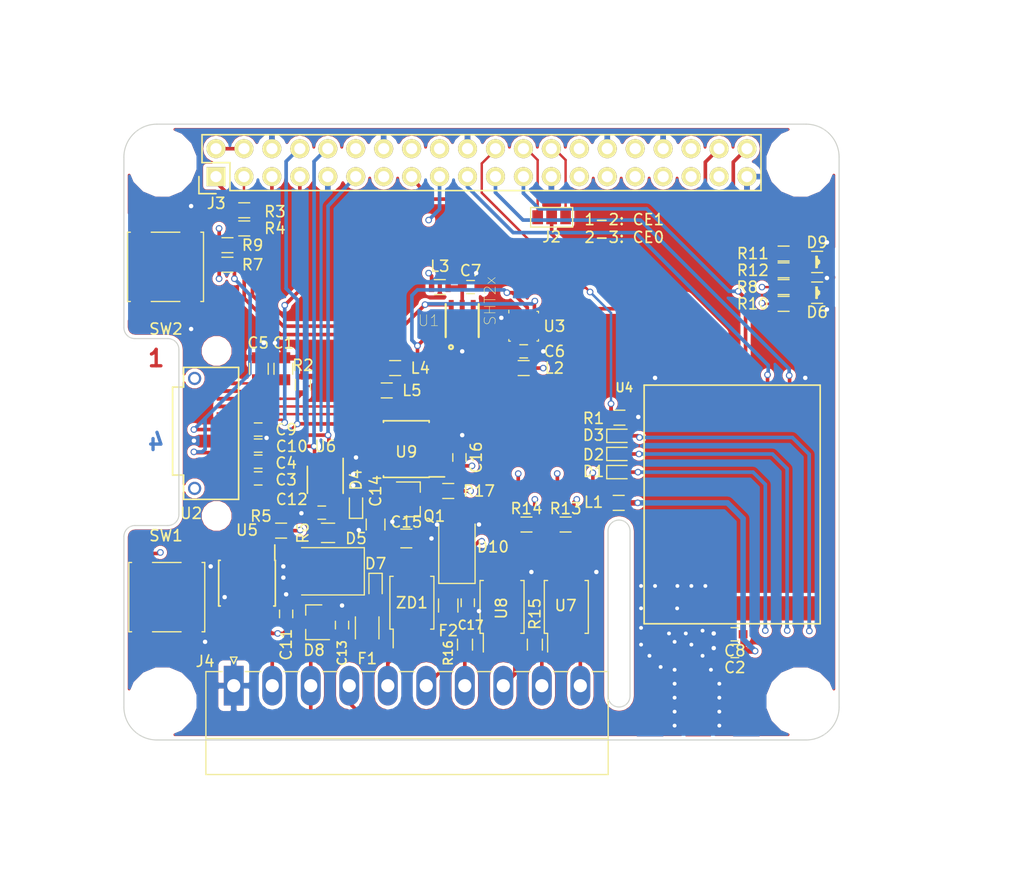
<source format=kicad_pcb>
(kicad_pcb (version 4) (host pcbnew 4.0.6)
  (layers (0 F.Cu signal hide) (1 In1.Cu signal hide) (2 In2.Cu signal hide) (31 B.Cu signal hide) (35 F.Paste user hide) (37 F.SilkS user) (38 B.Mask user) (39 F.Mask user) (44 Edge.Cuts user))
  (net 0 "")
  (net 1 "Net-(C1-Pad1)")
  (net 2 GND)
  (net 3 "Net-(C2-Pad1)")
  (net 4 "Net-(C3-Pad2)")
  (net 5 "Net-(C3-Pad1)")
  (net 6 "Net-(C4-Pad2)")
  (net 7 "Net-(C4-Pad1)")
  (net 8 "Net-(C5-Pad1)")
  (net 9 "Net-(C6-Pad1)")
  (net 10 "Net-(C7-Pad1)")
  (net 11 +3V3)
  (net 12 "Net-(C12-Pad1)")
  (net 13 "Net-(C13-Pad1)")
  (net 14 "Net-(C14-Pad3)")
  (net 15 RF_Int)
  (net 16 "Net-(D1-Pad2)")
  (net 17 "Net-(D2-Pad2)")
  (net 18 "Net-(D3-Pad2)")
  (net 19 "Net-(D4-Pad1)")
  (net 20 "Net-(D6-Pad3)")
  (net 21 "Net-(D6-Pad1)")
  (net 22 "Net-(D7-Pad2)")
  (net 23 "Net-(D8-Pad3)")
  (net 24 "Net-(D9-Pad3)")
  (net 25 "Net-(D9-Pad1)")
  (net 26 "Net-(F1-Pad1)")
  (net 27 "Net-(J1-Pad1)")
  (net 28 "Net-(J2-Pad1)")
  (net 29 "Net-(J2-Pad2)")
  (net 30 "Net-(J2-Pad3)")
  (net 31 "Net-(J3-Pad5)")
  (net 32 "Net-(L4-Pad2)")
  (net 33 "Net-(J3-Pad3)")
  (net 34 "Net-(L5-Pad2)")
  (net 35 "Net-(R2-Pad1)")
  (net 36 "Net-(J3-Pad10)")
  (net 37 "Net-(J3-Pad36)")
  (net 38 "Net-(J3-Pad18)")
  (net 39 "Net-(J3-Pad35)")
  (net 40 "Net-(J3-Pad16)")
  (net 41 "Net-(J3-Pad40)")
  (net 42 "Net-(J3-Pad38)")
  (net 43 "Net-(J3-Pad37)")
  (net 44 "Net-(J3-Pad13)")
  (net 45 "Net-(R15-Pad2)")
  (net 46 "Net-(R16-Pad2)")
  (net 47 "Net-(J3-Pad7)")
  (net 48 "Net-(U3-Pad2)")
  (net 49 "Net-(U3-Pad5)")
  (net 50 "Net-(J3-Pad21)")
  (net 51 "Net-(J3-Pad19)")
  (net 52 "Net-(J3-Pad23)")
  (net 53 RF_Rst)
  (net 54 "Net-(U4-Pad7)")
  (net 55 "Net-(U4-Pad11)")
  (net 56 "Net-(U4-Pad12)")
  (net 57 "Net-(J3-Pad11)")
  (net 58 "Net-(J3-Pad8)")
  (net 59 "Net-(U6-Pad3)")
  (net 60 "Net-(U6-Pad8)")
  (net 61 +5V)
  (net 62 "Net-(J3-Pad12)")
  (net 63 "Net-(J3-Pad27)")
  (net 64 "Net-(J3-Pad28)")
  (net 65 "Net-(J3-Pad29)")
  (net 66 "Net-(J3-Pad31)")
  (net 67 "Net-(J3-Pad32)")
  (net 68 "Net-(J3-Pad33)")
  (net 69 "Net-(Q1-Pad1)")
  (net 70 "Net-(Q1-Pad2)")
  (net 71 "Net-(Q1-Pad3)")
  (net 72 OW+)
  (net 73 OWD)
  (net 74 OW-)
  (net 75 "Net-(J4-Pad7)")
  (net 76 "Net-(J4-Pad8)")
  (net 77 "Net-(J4-Pad9)")
  (net 78 "Net-(J4-Pad10)")
  (module Capacitors_SMD:C_0805 (layer F.Cu) (at 45.974 51.8795 90)
    (fp_text reference C1 (at 2.3495 0 180) (layer F.SilkS))
    (fp_text value 2u2)
    (pad 1 smd rect (at -1 0 90) (size 1 1.25) (layers F.Cu F.Paste F.Mask) (net 1 "Net-(C1-Pad1)"))
    (pad 2 smd rect (at 1 0 90) (size 1 1.25) (layers F.Cu F.Paste F.Mask) (net 2 GND))
  )
  (module Capacitors_SMD:C_0603 (layer F.Cu) (at 87.0077 77.5462 180)
    (fp_text reference C2 (at 0 -1.5 180) (layer F.SilkS))
    (fp_text value 10u)
    (pad 2 smd rect (at 0.75 0 180) (size 0.8 0.75) (layers F.Cu F.Paste F.Mask) (net 2 GND))
    (pad 1 smd rect (at -0.75 0 180) (size 0.8 0.75) (layers F.Cu F.Paste F.Mask) (net 3 "Net-(C2-Pad1)"))
  )
  (module Capacitors_SMD:C_0603 (layer F.Cu) (at 43.688 61.849 180)
    (fp_text reference C3 (at -2.54 -0.127 180) (layer F.SilkS))
    (fp_text value 1u)
    (pad 2 smd rect (at 0.75 0 180) (size 0.8 0.75) (layers F.Cu F.Paste F.Mask) (net 4 "Net-(C3-Pad2)"))
    (pad 1 smd rect (at -0.75 0 180) (size 0.8 0.75) (layers F.Cu F.Paste F.Mask) (net 5 "Net-(C3-Pad1)"))
  )
  (module Capacitors_SMD:C_0603 (layer F.Cu) (at 43.688 60.325 180)
    (fp_text reference C4 (at -2.54 -0.127 180) (layer F.SilkS))
    (fp_text value 1u)
    (pad 2 smd rect (at 0.75 0 180) (size 0.8 0.75) (layers F.Cu F.Paste F.Mask) (net 6 "Net-(C4-Pad2)"))
    (pad 1 smd rect (at -0.75 0 180) (size 0.8 0.75) (layers F.Cu F.Paste F.Mask) (net 7 "Net-(C4-Pad1)"))
  )
  (module Capacitors_SMD:C_0805 (layer F.Cu) (at 43.7515 51.8795 90)
    (fp_text reference C5 (at 2.3495 -0.0635 180) (layer F.SilkS))
    (fp_text value 2u2)
    (pad 1 smd rect (at -1 0 90) (size 1 1.25) (layers F.Cu F.Paste F.Mask) (net 8 "Net-(C5-Pad1)"))
    (pad 2 smd rect (at 1 0 90) (size 1 1.25) (layers F.Cu F.Paste F.Mask) (net 2 GND))
  )
  (module Capacitors_SMD:C_0603 (layer F.Cu) (at 67.818 50.292)
    (fp_text reference C6 (at 2.794 0) (layer F.SilkS))
    (fp_text value C_Small)
    (pad 2 smd rect (at 0.75 0) (size 0.8 0.75) (layers F.Cu F.Paste F.Mask) (net 2 GND))
    (pad 1 smd rect (at -0.75 0) (size 0.8 0.75) (layers F.Cu F.Paste F.Mask) (net 9 "Net-(C6-Pad1)"))
  )
  (module Capacitors_SMD:C_0603 (layer F.Cu) (at 62.992 44.45)
    (fp_text reference C7 (at 0 -1.5) (layer F.SilkS))
    (fp_text value 100n)
    (pad 2 smd rect (at 0.75 0) (size 0.8 0.75) (layers F.Cu F.Paste F.Mask) (net 2 GND))
    (pad 1 smd rect (at -0.75 0) (size 0.8 0.75) (layers F.Cu F.Paste F.Mask) (net 10 "Net-(C7-Pad1)"))
  )
  (module Capacitors_SMD:C_0603 (layer F.Cu) (at 87.0077 76.0222 180)
    (fp_text reference C8 (at 0 -1.5 180) (layer F.SilkS))
    (fp_text value 1u)
    (pad 2 smd rect (at 0.75 0 180) (size 0.8 0.75) (layers F.Cu F.Paste F.Mask) (net 2 GND))
    (pad 1 smd rect (at -0.75 0 180) (size 0.8 0.75) (layers F.Cu F.Paste F.Mask) (net 3 "Net-(C2-Pad1)"))
  )
  (module Capacitors_SMD:C_0603 (layer F.Cu) (at 43.688 57.404)
    (fp_text reference C9 (at 2.54 0) (layer F.SilkS))
    (fp_text value 1u)
    (pad 2 smd rect (at 0.75 0) (size 0.8 0.75) (layers F.Cu F.Paste F.Mask) (net 2 GND))
    (pad 1 smd rect (at -0.75 0) (size 0.8 0.75) (layers F.Cu F.Paste F.Mask) (net 11 +3V3))
  )
  (module Capacitors_SMD:C_0603 (layer F.Cu) (at 43.688 58.8645)
    (fp_text reference C10 (at 3.048 0.0635) (layer F.SilkS))
    (fp_text value 1u)
    (pad 2 smd rect (at 0.75 0) (size 0.8 0.75) (layers F.Cu F.Paste F.Mask) (net 2 GND))
    (pad 1 smd rect (at -0.75 0) (size 0.8 0.75) (layers F.Cu F.Paste F.Mask) (net 11 +3V3))
  )
  (module Capacitors_SMD:C_0603 (layer F.Cu) (at 46.228 74.168 90)
    (fp_text reference C11 (at -2.794 0 90) (layer F.SilkS))
    (fp_text value 100n)
    (pad 2 smd rect (at 0.75 0 90) (size 0.8 0.75) (layers F.Cu F.Paste F.Mask) (net 2 GND))
    (pad 1 smd rect (at -0.75 0 90) (size 0.8 0.75) (layers F.Cu F.Paste F.Mask) (net 11 +3V3))
  )
  (module Capacitors_SMD:C_0603 (layer F.Cu) (at 49.4665 64.9605 180)
    (fp_text reference C12 (at 2.7305 1.2065 180) (layer F.SilkS))
    (fp_text value 100n)
    (pad 2 smd rect (at 0.75 0 180) (size 0.8 0.75) (layers F.Cu F.Paste F.Mask) (net 2 GND))
    (pad 1 smd rect (at -0.75 0 180) (size 0.8 0.75) (layers F.Cu F.Paste F.Mask) (net 12 "Net-(C12-Pad1)"))
  )
  (module Capacitors_SMD:C_0603 (layer F.Cu) (at 51.308 75.184 90)
    (fp_text reference C13 (at -2.54 0 90) (layer F.SilkS) (effects (font (size 0.8 0.8))))
    (fp_text value C_Small)
    (pad 2 smd rect (at 0.75 0 90) (size 0.8 0.75) (layers F.Cu F.Paste F.Mask) (net 2 GND))
    (pad 1 smd rect (at -0.75 0 90) (size 0.8 0.75) (layers F.Cu F.Paste F.Mask) (net 13 "Net-(C13-Pad1)"))
  )
  (module pjo_kicad_pcb:C_0805_3 (layer F.Cu) (at 54.356 66.04 270)
    (fp_text reference C14 (at -3.048 0 270) (layer F.SilkS))
    (fp_text value "1000p 50V .4A")
    (pad 1 smd rect (at -1 0 270) (size 0.6 0.8) (layers F.Cu F.Paste F.Mask) (net 12 "Net-(C12-Pad1)"))
    (pad 3 smd rect (at 1 0 270) (size 0.6 0.8) (layers F.Cu F.Paste F.Mask) (net 14 "Net-(C14-Pad3)"))
    (pad 2 smd rect (at 0 0.625 270) (size 0.5 0.65) (layers F.Cu F.Paste F.Mask) (net 2 GND))
    (pad 2 smd rect (at 0 0 270) (size 0.5 0.6) (layers F.Cu) (net 2 GND))
    (pad 2 smd rect (at 0 -0.625 270) (size 0.5 0.65) (layers F.Cu F.Paste F.Mask) (net 2 GND))
  )
  (module Capacitors_SMD:C_0805 (layer F.Cu) (at 57.15 67.31)
    (fp_text reference C15 (at 0 -1.5) (layer F.SilkS))
    (fp_text value 2u2)
    (pad 1 smd rect (at -1 0) (size 1 1.25) (layers F.Cu F.Paste F.Mask) (net 14 "Net-(C14-Pad3)"))
    (pad 2 smd rect (at 1 0) (size 1 1.25) (layers F.Cu F.Paste F.Mask) (net 2 GND))
  )
  (module Diodes_SMD:D_SMB (layer F.Cu) (at 49.784 70.2945 180)
    (fp_text reference D5 (at -2.794 2.9845 180) (layer F.SilkS))
    (fp_text value SMBJ28A)
    (pad 1 smd rect (at -2.15 0 180) (size 2.5 2.3) (layers F.Cu F.Paste F.Mask) (net 14 "Net-(C14-Pad3)"))
    (pad 2 smd rect (at 2.15 0 180) (size 2.5 2.3) (layers F.Cu F.Paste F.Mask) (net 2 GND))
  )
  (module pjo_kicad_pcb:Dual_Led_0605 (layer F.Cu) (at 94.488 44.958 180)
    (fp_text reference D6 (at 0 -1.778 180) (layer F.SilkS))
    (fp_text value LED_Dual_ACAC)
    (pad 2 smd rect (at -0.875 -0.5 180) (size 0.85 0.5) (layers F.Cu F.Paste F.Mask) (net 2 GND))
    (pad 4 smd rect (at -0.875 0.5 180) (size 0.85 0.5) (layers F.Cu F.Paste F.Mask) (net 2 GND))
    (pad 3 smd rect (at 0.875 0.5 180) (size 0.85 0.5) (layers F.Cu F.Paste F.Mask) (net 20 "Net-(D6-Pad3)"))
    (pad 1 smd rect (at 0.875 -0.5 180) (size 0.85 0.5) (layers F.Cu F.Paste F.Mask) (net 21 "Net-(D6-Pad1)"))
  )
  (module TO_SOT_Packages_SMD:SOT-23 (layer F.Cu) (at 48.768 74.93 180)
    (fp_text reference D8 (at 0 -2.54 180) (layer F.SilkS))
    (fp_text value NUP1105LT1G)
    (pad 1 smd rect (at -1 -0.95 180) (size 0.9 0.8) (layers F.Cu F.Paste F.Mask) (net 13 "Net-(C13-Pad1)"))
    (pad 2 smd rect (at -1 0.95 180) (size 0.9 0.8) (layers F.Cu F.Paste F.Mask) (net 2 GND))
    (pad 3 smd rect (at 1 0 180) (size 0.9 0.8) (layers F.Cu F.Paste F.Mask) (net 23 "Net-(D8-Pad3)"))
  )
  (module pjo_kicad_pcb:Dual_Led_0605 (layer F.Cu) (at 94.488 42.164 180)
    (fp_text reference D9 (at 0 1.778 180) (layer F.SilkS))
    (fp_text value LED_Dual_ACAC)
    (pad 2 smd rect (at -0.875 -0.5 180) (size 0.85 0.5) (layers F.Cu F.Paste F.Mask) (net 2 GND))
    (pad 4 smd rect (at -0.875 0.5 180) (size 0.85 0.5) (layers F.Cu F.Paste F.Mask) (net 2 GND))
    (pad 3 smd rect (at 0.875 0.5 180) (size 0.85 0.5) (layers F.Cu F.Paste F.Mask) (net 24 "Net-(D9-Pad3)"))
    (pad 1 smd rect (at 0.875 -0.5 180) (size 0.85 0.5) (layers F.Cu F.Paste F.Mask) (net 25 "Net-(D9-Pad1)"))
  )
  (module Fuse_Holders_and_Fuses:Fuse_SMD1206_Reflow (layer F.Cu) (at 53.594 75.438 90)
    (fp_text reference F1 (at -2.794 0 180) (layer F.SilkS))
    (fp_text value 125mA)
    (pad 1 smd rect (at -1.2 0 180) (size 2.03 1.14) (layers F.Cu F.Paste F.Mask) (net 26 "Net-(F1-Pad1)"))
    (pad 2 smd rect (at 1.2 0 180) (size 2.03 1.14) (layers F.Cu F.Paste F.Mask) (net 22 "Net-(D7-Pad2)"))
  )
  (module pjo_kicad_pcb:SMA-EDGE (layer F.Cu) (at 83.6803 82.804 180)
    (fp_text reference J1)
    (fp_text value CONN_COAXIAL)
    (pad 1 smd rect (at 0 0 180) (size 2.3 5) (layers F.Cu F.Paste F.Mask) (net 27 "Net-(J1-Pad1)"))
    (pad 2 smd rect (at 4.375 0 180) (size 2.4 5) (layers B.Cu) (net 2 GND))
    (pad 2 smd rect (at -4.375 0 180) (size 2.4 5) (layers B.Cu) (net 2 GND))
    (pad 2 smd rect (at -4.375 0 180) (size 2.4 5) (layers F.Cu F.Paste F.Mask) (net 2 GND))
    (pad 2 smd rect (at 4.375 0 180) (size 2.4 5) (layers F.Cu F.Paste F.Mask) (net 2 GND))
  )
  (module Connectors:GS3 (layer F.Cu) (at 70.358 38.1 270)
    (fp_text reference J2 (at 1.778 0 360) (layer F.SilkS))
    (fp_text value GS3)
    (pad 1 smd rect (at 0 -1.27 270) (size 1.27 0.97) (layers F.Cu F.Paste F.Mask) (net 28 "Net-(J2-Pad1)"))
    (pad 2 smd rect (at 0 0 270) (size 1.27 0.97) (layers F.Cu F.Paste F.Mask) (net 29 "Net-(J2-Pad2)"))
    (pad 3 smd rect (at 0 1.27 270) (size 1.27 0.97) (layers F.Cu F.Paste F.Mask) (net 30 "Net-(J2-Pad3)"))
  )
  (module Inductors_SMD:L_0603 (layer F.Cu) (at 76.454 64.0715)
    (fp_text reference L1 (at -2.286 -0.0635) (layer F.SilkS))
    (fp_text value BLM11A102S)
    (pad 1 smd rect (at -0.75 0) (size 0.5 0.9) (layers F.Cu F.Paste F.Mask) (net 11 +3V3))
    (pad 2 smd rect (at 0.75 0) (size 0.5 0.9) (layers F.Cu F.Paste F.Mask) (net 3 "Net-(C2-Pad1)"))
  )
  (module Inductors_SMD:L_0603 (layer F.Cu) (at 67.818 51.816 180)
    (fp_text reference L2 (at -2.794 0 180) (layer F.SilkS))
    (fp_text value BLM11A102S)
    (pad 1 smd rect (at -0.75 0 180) (size 0.5 0.9) (layers F.Cu F.Paste F.Mask) (net 11 +3V3))
    (pad 2 smd rect (at 0.75 0 180) (size 0.5 0.9) (layers F.Cu F.Paste F.Mask) (net 9 "Net-(C6-Pad1)"))
  )
  (module Inductors_SMD:L_0603 (layer F.Cu) (at 60.198 44.45)
    (fp_text reference L3 (at 0 -1.9) (layer F.SilkS))
    (fp_text value 600Ohm)
    (pad 1 smd rect (at -0.75 0) (size 0.5 0.9) (layers F.Cu F.Paste F.Mask) (net 11 +3V3))
    (pad 2 smd rect (at 0.75 0) (size 0.5 0.9) (layers F.Cu F.Paste F.Mask) (net 10 "Net-(C7-Pad1)"))
  )
  (module Inductors_SMD:L_0603 (layer F.Cu) (at 56.134 51.816)
    (fp_text reference L4 (at 2.286 0) (layer F.SilkS))
    (fp_text value BLM11A102S)
    (pad 1 smd rect (at -0.75 0) (size 0.5 0.9) (layers F.Cu F.Paste F.Mask) (net 31 "Net-(J3-Pad5)"))
    (pad 2 smd rect (at 0.75 0) (size 0.5 0.9) (layers F.Cu F.Paste F.Mask) (net 32 "Net-(L4-Pad2)"))
  )
  (module Inductors_SMD:L_0603 (layer F.Cu) (at 55.372 53.848)
    (fp_text reference L5 (at 2.286 0) (layer F.SilkS))
    (fp_text value BLM11A102S)
    (pad 1 smd rect (at -0.75 0) (size 0.5 0.9) (layers F.Cu F.Paste F.Mask) (net 33 "Net-(J3-Pad3)"))
    (pad 2 smd rect (at 0.75 0) (size 0.5 0.9) (layers F.Cu F.Paste F.Mask) (net 34 "Net-(L5-Pad2)"))
  )
  (module Resistors_SMD:R_0603 (layer F.Cu) (at 76.5175 56.3245)
    (fp_text reference R1 (at -2.3495 0.0635) (layer F.SilkS))
    (fp_text value 3k3)
    (pad 1 smd rect (at -0.75 0) (size 0.5 0.9) (layers F.Cu F.Paste F.Mask) (net 15 RF_Int))
    (pad 2 smd rect (at 0.75 0) (size 0.5 0.9) (layers F.Cu F.Paste F.Mask) (net 2 GND))
  )
  (module Resistors_SMD:R_0603 (layer F.Cu) (at 47.752 53.34 90)
    (fp_text reference R2 (at 1.778 0 180) (layer F.SilkS))
    (fp_text value 400k)
    (pad 1 smd rect (at -0.75 0 90) (size 0.5 0.9) (layers F.Cu F.Paste F.Mask) (net 35 "Net-(R2-Pad1)"))
    (pad 2 smd rect (at 0.75 0 90) (size 0.5 0.9) (layers F.Cu F.Paste F.Mask) (net 2 GND))
  )
  (module Resistors_SMD:R_0603 (layer F.Cu) (at 42.418 37.465)
    (fp_text reference R3 (at 2.794 0.127) (layer F.SilkS))
    (fp_text value 3k3)
    (pad 1 smd rect (at -0.75 0) (size 0.5 0.9) (layers F.Cu F.Paste F.Mask) (net 11 +3V3))
    (pad 2 smd rect (at 0.75 0) (size 0.5 0.9) (layers F.Cu F.Paste F.Mask) (net 33 "Net-(J3-Pad3)"))
  )
  (module Resistors_SMD:R_0603 (layer F.Cu) (at 42.418 39.116)
    (fp_text reference R4 (at 2.794 0) (layer F.SilkS))
    (fp_text value 3k3)
    (pad 1 smd rect (at -0.75 0) (size 0.5 0.9) (layers F.Cu F.Paste F.Mask) (net 11 +3V3))
    (pad 2 smd rect (at 0.75 0) (size 0.5 0.9) (layers F.Cu F.Paste F.Mask) (net 31 "Net-(J3-Pad5)"))
  )
  (module Resistors_SMD:R_0603 (layer F.Cu) (at 45.7708 66.5988 180)
    (fp_text reference R5 (at 1.8288 1.3208 180) (layer F.SilkS))
    (fp_text value 3k3)
    (pad 1 smd rect (at -0.75 0 180) (size 0.5 0.9) (layers F.Cu F.Paste F.Mask) (net 11 +3V3))
    (pad 2 smd rect (at 0.75 0 180) (size 0.5 0.9) (layers F.Cu F.Paste F.Mask) (net 36 "Net-(J3-Pad10)"))
  )
  (module Inductors_SMD:L_0805 (layer F.Cu) (at 50.038 66.802 180)
    (fp_text reference R6 (at 2.286 0 270) (layer F.SilkS))
    (fp_text value 1k)
    (pad 1 smd rect (at -0.95 0 180) (size 0.7 1.3) (layers F.Cu F.Paste F.Mask) (net 19 "Net-(D4-Pad1)"))
    (pad 2 smd rect (at 0.95 0 180) (size 0.7 1.3) (layers F.Cu F.Paste F.Mask) (net 13 "Net-(C13-Pad1)"))
  )
  (module Resistors_SMD:R_0603 (layer F.Cu) (at 40.894 42.418 180)
    (fp_text reference R7 (at -2.286 0 180) (layer F.SilkS))
    (fp_text value 3k3)
    (pad 1 smd rect (at -0.75 0 180) (size 0.5 0.9) (layers F.Cu F.Paste F.Mask) (net 11 +3V3))
    (pad 2 smd rect (at 0.75 0 180) (size 0.5 0.9) (layers F.Cu F.Paste F.Mask) (net 44 "Net-(J3-Pad13)"))
  )
  (module Resistors_SMD:R_0603 (layer F.Cu) (at 91.44 44.45 180)
    (fp_text reference R8 (at 3.302 0 180) (layer F.SilkS))
    (fp_text value 1k)
    (pad 1 smd rect (at -0.75 0 180) (size 0.5 0.9) (layers F.Cu F.Paste F.Mask) (net 20 "Net-(D6-Pad3)"))
    (pad 2 smd rect (at 0.75 0 180) (size 0.5 0.9) (layers F.Cu F.Paste F.Mask) (net 38 "Net-(J3-Pad18)"))
  )
  (module Resistors_SMD:R_0603 (layer F.Cu) (at 40.894 40.64 180)
    (fp_text reference R9 (at -2.286 0 180) (layer F.SilkS))
    (fp_text value 3k3)
    (pad 1 smd rect (at -0.75 0 180) (size 0.5 0.9) (layers F.Cu F.Paste F.Mask) (net 11 +3V3))
    (pad 2 smd rect (at 0.75 0 180) (size 0.5 0.9) (layers F.Cu F.Paste F.Mask) (net 62 "Net-(J3-Pad12)"))
  )
  (module Resistors_SMD:R_0603 (layer F.Cu) (at 91.44 45.974)
    (fp_text reference R10 (at -2.794 0) (layer F.SilkS))
    (fp_text value 1k)
    (pad 1 smd rect (at -0.75 0) (size 0.5 0.9) (layers F.Cu F.Paste F.Mask) (net 40 "Net-(J3-Pad16)"))
    (pad 2 smd rect (at 0.75 0) (size 0.5 0.9) (layers F.Cu F.Paste F.Mask) (net 21 "Net-(D6-Pad1)"))
  )
  (module Resistors_SMD:R_0603 (layer F.Cu) (at 91.44 41.402)
    (fp_text reference R11 (at -2.794 0) (layer F.SilkS))
    (fp_text value 1k)
    (pad 1 smd rect (at -0.75 0) (size 0.5 0.9) (layers F.Cu F.Paste F.Mask) (net 41 "Net-(J3-Pad40)"))
    (pad 2 smd rect (at 0.75 0) (size 0.5 0.9) (layers F.Cu F.Paste F.Mask) (net 24 "Net-(D9-Pad3)"))
  )
  (module Resistors_SMD:R_0603 (layer F.Cu) (at 91.44 42.926 180)
    (fp_text reference R12 (at 2.794 0 180) (layer F.SilkS))
    (fp_text value 1k)
    (pad 1 smd rect (at -0.75 0 180) (size 0.5 0.9) (layers F.Cu F.Paste F.Mask) (net 25 "Net-(D9-Pad1)"))
    (pad 2 smd rect (at 0.75 0 180) (size 0.5 0.9) (layers F.Cu F.Paste F.Mask) (net 42 "Net-(J3-Pad38)"))
  )
  (module Resistors_SMD:R_0603 (layer F.Cu) (at 71.628 66.04)
    (fp_text reference R13 (at 0 -1.45) (layer F.SilkS))
    (fp_text value 3k3)
    (pad 1 smd rect (at -0.75 0) (size 0.5 0.9) (layers F.Cu F.Paste F.Mask) (net 11 +3V3))
    (pad 2 smd rect (at 0.75 0) (size 0.5 0.9) (layers F.Cu F.Paste F.Mask) (net 43 "Net-(J3-Pad37)"))
  )
  (module Resistors_SMD:R_0603 (layer F.Cu) (at 68.072 66.04)
    (fp_text reference R14 (at 0 -1.45) (layer F.SilkS))
    (fp_text value 3k3)
    (pad 1 smd rect (at -0.75 0) (size 0.5 0.9) (layers F.Cu F.Paste F.Mask) (net 11 +3V3))
    (pad 2 smd rect (at 0.75 0) (size 0.5 0.9) (layers F.Cu F.Paste F.Mask) (net 37 "Net-(J3-Pad36)"))
  )
  (module Resistors_SMD:R_0603 (layer F.Cu) (at 68.834 76.962 90)
    (fp_text reference R15 (at 2.794 0 90) (layer F.SilkS))
    (fp_text value 1k)
    (pad 1 smd rect (at -0.75 0 90) (size 0.5 0.9) (layers F.Cu F.Paste F.Mask) (net 77 "Net-(J4-Pad9)"))
    (pad 2 smd rect (at 0.75 0 90) (size 0.5 0.9) (layers F.Cu F.Paste F.Mask) (net 45 "Net-(R15-Pad2)"))
  )
  (module Resistors_SMD:R_0603 (layer F.Cu) (at 62.484 76.962 90)
    (fp_text reference R16 (at -0.762 -1.524 90) (layer F.SilkS) (effects (font (size 0.8 0.8))))
    (fp_text value 1k)
    (pad 1 smd rect (at -0.75 0 90) (size 0.5 0.9) (layers F.Cu F.Paste F.Mask) (net 75 "Net-(J4-Pad7)"))
    (pad 2 smd rect (at 0.75 0 90) (size 0.5 0.9) (layers F.Cu F.Paste F.Mask) (net 46 "Net-(R16-Pad2)"))
  )
  (module Buttons_Switches_SMD:SW_SPST_B3S-1000 (layer F.Cu) (at 35.3822 72.644 90)
    (fp_text reference SW1 (at 5.588 -0.0762 180) (layer F.SilkS))
    (fp_text value SW_Push)
    (pad 1 smd rect (at -3.975 -2.25 90) (size 1.55 1.3) (layers F.Cu F.Paste F.Mask) (net 44 "Net-(J3-Pad13)"))
    (pad 1 smd rect (at 3.975 -2.25 90) (size 1.55 1.3) (layers F.Cu F.Paste F.Mask) (net 44 "Net-(J3-Pad13)"))
    (pad 2 smd rect (at -3.975 2.25 90) (size 1.55 1.3) (layers F.Cu F.Paste F.Mask) (net 2 GND))
    (pad 2 smd rect (at 3.975 2.25 90) (size 1.55 1.3) (layers F.Cu F.Paste F.Mask) (net 2 GND))
  )
  (module Buttons_Switches_SMD:SW_SPST_B3S-1000 (layer F.Cu) (at 35.2679 42.6085 90)
    (fp_text reference SW2 (at -5.6515 0.0381 180) (layer F.SilkS))
    (fp_text value SW_Push)
    (pad 1 smd rect (at -3.975 -2.25 90) (size 1.55 1.3) (layers F.Cu F.Paste F.Mask) (net 62 "Net-(J3-Pad12)"))
    (pad 1 smd rect (at 3.975 -2.25 90) (size 1.55 1.3) (layers F.Cu F.Paste F.Mask) (net 62 "Net-(J3-Pad12)"))
    (pad 2 smd rect (at -3.975 2.25 90) (size 1.55 1.3) (layers F.Cu F.Paste F.Mask) (net 2 GND))
    (pad 2 smd rect (at 3.975 2.25 90) (size 1.55 1.3) (layers F.Cu F.Paste F.Mask) (net 2 GND))
  )
  (module SHT21:SON100P300X300X110-7N (layer F.Cu) (at 62.23 47.498 90)
    (fp_text reference U1 (at 0 -3.048 180) (layer F.SilkS) (effects (font (size 1.00169 1.00169) (thickness 0.05))))
    (fp_text value SHT2x (at 1.78755 2.53862 90) (layer F.SilkS) (effects (font (size 1.00143 1.00143) (thickness 0.05))))
    (pad 1 smd rect (at -1.45 -1 90) (size 0.85 0.45) (layers F.Cu F.Paste F.Mask) (net 34 "Net-(L5-Pad2)"))
    (pad 2 smd rect (at -1.45 0 90) (size 0.85 0.45) (layers F.Cu F.Paste F.Mask) (net 2 GND))
    (pad 3 smd rect (at -1.45 1 90) (size 0.85 0.45) (layers F.Cu F.Paste F.Mask))
    (pad 4 smd rect (at 1.45 1 270) (size 0.85 0.45) (layers F.Cu F.Paste F.Mask))
    (pad 5 smd rect (at 1.45 0 270) (size 0.85 0.45) (layers F.Cu F.Paste F.Mask) (net 10 "Net-(C7-Pad1)"))
    (pad 6 smd rect (at 1.45 -1 270) (size 0.85 0.45) (layers F.Cu F.Paste F.Mask) (net 32 "Net-(L4-Pad2)"))
    (pad 7 smd rect (at 0 0 90) (size 1.6 2.4) (layers F.Cu F.Paste F.Mask))
  )
  (module pjo_kicad_pcb:MiasOled14 (layer F.Cu) (at 41.91 63.754 90)
    (fp_text reference U2 (at -1.27 -4.318 180) (layer F.SilkS))
    (fp_text value OLED14)
    (pad "" thru_hole circle (at 1 -4 90) (size 1.2 1.2) (drill 0.8) (layers *.Cu *.Mask))
    (pad "" thru_hole circle (at 11 -4 90) (size 1.2 1.2) (drill 0.8) (layers *.Cu *.Mask))
    (pad 1 smd rect (at 1.45 -1 90) (size 0.35 2) (layers F.Cu F.Paste F.Mask) (net 5 "Net-(C3-Pad1)"))
    (pad 2 smd rect (at 2.15 -1 90) (size 0.35 2) (layers F.Cu F.Paste F.Mask) (net 4 "Net-(C3-Pad2)"))
    (pad 3 smd rect (at 2.85 -1 90) (size 0.35 2) (layers F.Cu F.Paste F.Mask) (net 7 "Net-(C4-Pad1)"))
    (pad 4 smd rect (at 3.55 -1 90) (size 0.35 2) (layers F.Cu F.Paste F.Mask) (net 6 "Net-(C4-Pad2)"))
    (pad 5 smd rect (at 4.25 -1 90) (size 0.35 2) (layers F.Cu F.Paste F.Mask) (net 11 +3V3))
    (pad 6 smd rect (at 4.95 -1 90) (size 0.35 2) (layers F.Cu F.Paste F.Mask))
    (pad 7 smd rect (at 5.65 -1 90) (size 0.35 2) (layers F.Cu F.Paste F.Mask) (net 2 GND))
    (pad 8 smd rect (at 6.35 -1 90) (size 0.35 2) (layers F.Cu F.Paste F.Mask) (net 11 +3V3))
    (pad 9 smd rect (at 7.05 -1 90) (size 0.35 2) (layers F.Cu F.Paste F.Mask) (net 47 "Net-(J3-Pad7)"))
    (pad 10 smd rect (at 7.75 -1 90) (size 0.35 2) (layers F.Cu F.Paste F.Mask) (net 31 "Net-(J3-Pad5)"))
    (pad 11 smd rect (at 8.45 -1 90) (size 0.35 2) (layers F.Cu F.Paste F.Mask) (net 33 "Net-(J3-Pad3)"))
    (pad 12 smd rect (at 9.15 -1 90) (size 0.35 2) (layers F.Cu F.Paste F.Mask) (net 35 "Net-(R2-Pad1)"))
    (pad 13 smd rect (at 9.85 -1 90) (size 0.35 2) (layers F.Cu F.Paste F.Mask) (net 1 "Net-(C1-Pad1)"))
    (pad 14 smd rect (at 10.55 -1 90) (size 0.35 2) (layers F.Cu F.Paste F.Mask) (net 8 "Net-(C5-Pad1)"))
    (pad "" np_thru_hole circle (at -1.5 -2 90) (size 2.1 2.1) (drill 2.1) (layers *.Cu *.Mask))
    (pad "" np_thru_hole circle (at 13.5 -2 90) (size 2.1 2.1) (drill 2.1) (layers *.Cu *.Mask))
  )
  (module pjo_kicad_pcb:HCLGA-8_2x2.5mm_Pitch0.65mm_ClockwisePinNumbering (layer F.Cu) (at 67.818 48.006)
    (fp_text reference U3 (at 2.794 0) (layer F.SilkS))
    (fp_text value NPA-201)
    (pad 4 smd rect (at 0.975 -0.725 90) (size 0.5 0.35) (layers F.Cu F.Paste F.Mask) (net 32 "Net-(L4-Pad2)"))
    (pad 3 smd rect (at 0.325 -0.725 90) (size 0.5 0.35) (layers F.Cu F.Paste F.Mask) (net 34 "Net-(L5-Pad2)"))
    (pad 2 smd rect (at -0.325 -0.725 90) (size 0.5 0.35) (layers F.Cu F.Paste F.Mask) (net 48 "Net-(U3-Pad2)"))
    (pad 1 smd rect (at -0.975 -0.725 90) (size 0.5 0.35) (layers F.Cu F.Paste F.Mask) (net 2 GND))
    (pad 8 smd rect (at -0.975 0.725 90) (size 0.5 0.35) (layers F.Cu F.Paste F.Mask) (net 9 "Net-(C6-Pad1)"))
    (pad 7 smd rect (at -0.325 0.725 90) (size 0.5 0.35) (layers F.Cu F.Paste F.Mask) (net 2 GND))
    (pad 6 smd rect (at 0.325 0.725 90) (size 0.5 0.35) (layers F.Cu F.Paste F.Mask) (net 9 "Net-(C6-Pad1)"))
    (pad 5 smd rect (at 0.975 0.725 90) (size 0.5 0.35) (layers F.Cu F.Paste F.Mask) (net 49 "Net-(U3-Pad5)"))
  )
  (module mysensors:RFM69HW_SMD (layer F.Cu) (at 93.7641 55.7657 270)
    (fp_text reference U4 (at -2.1717 16.8021 360) (layer F.SilkS) (effects (font (size 0.8 0.8) (thickness 0.16))))
    (fp_text value RFM95HW hide)
    (pad 1 smd rect (at -1 0 270) (size 2.2 1.2) (layers F.Cu F.Paste F.Mask) (net 2 GND))
    (pad 2 smd rect (at -1 2 270) (size 2.2 1.2) (layers F.Cu F.Paste F.Mask) (net 50 "Net-(J3-Pad21)"))
    (pad 3 smd rect (at -1 4 270) (size 2.2 1.2) (layers F.Cu F.Paste F.Mask) (net 51 "Net-(J3-Pad19)"))
    (pad 4 smd rect (at -1 6 270) (size 2.2 1.2) (layers F.Cu F.Paste F.Mask) (net 52 "Net-(J3-Pad23)"))
    (pad 5 smd rect (at -1 8 270) (size 2.2 1.2) (layers F.Cu F.Paste F.Mask) (net 29 "Net-(J2-Pad2)"))
    (pad 6 smd rect (at -1 10 270) (size 2.2 1.2) (layers F.Cu F.Paste F.Mask) (net 53 RF_Rst))
    (pad 7 smd rect (at -1 12 270) (size 2.2 1.2) (layers F.Cu F.Paste F.Mask) (net 54 "Net-(U4-Pad7)"))
    (pad 8 smd rect (at -1 14 270) (size 2.2 1.2) (layers F.Cu F.Paste F.Mask) (net 2 GND))
    (pad 9 smd rect (at 17.9 14 270) (size 2.2 1.2) (layers F.Cu F.Paste F.Mask) (net 27 "Net-(J1-Pad1)"))
    (pad 10 smd rect (at 17.9 12 270) (size 2.2 1.2) (layers F.Cu F.Paste F.Mask) (net 2 GND))
    (pad 11 smd rect (at 17.9 10 270) (size 2.2 1.2) (layers F.Cu F.Paste F.Mask) (net 55 "Net-(U4-Pad11)"))
    (pad 12 smd rect (at 17.9 8 270) (size 2.2 1.2) (layers F.Cu F.Paste F.Mask) (net 56 "Net-(U4-Pad12)"))
    (pad 13 smd rect (at 17.9 6 270) (size 2.2 1.2) (layers F.Cu F.Paste F.Mask) (net 3 "Net-(C2-Pad1)"))
    (pad 14 smd rect (at 17.9 4 270) (size 2.2 1.2) (layers F.Cu F.Paste F.Mask) (net 16 "Net-(D1-Pad2)"))
    (pad 15 smd rect (at 17.9 2 270) (size 2.2 1.2) (layers F.Cu F.Paste F.Mask) (net 17 "Net-(D2-Pad2)"))
    (pad 16 smd rect (at 17.9 0 270) (size 2.2 1.2) (layers F.Cu F.Paste F.Mask) (net 18 "Net-(D3-Pad2)"))
  )
  (module Housings_SOIC:SOIC-8_3.9x4.9mm_Pitch1.27mm (layer F.Cu) (at 42.672 71.374 270)
    (fp_text reference U5 (at -4.826 0 360) (layer F.SilkS))
    (fp_text value MAX3072E)
    (pad 1 smd rect (at -2.7 -1.905 270) (size 1.55 0.6) (layers F.Cu F.Paste F.Mask) (net 36 "Net-(J3-Pad10)"))
    (pad 2 smd rect (at -2.7 -0.635 270) (size 1.55 0.6) (layers F.Cu F.Paste F.Mask) (net 57 "Net-(J3-Pad11)"))
    (pad 3 smd rect (at -2.7 0.635 270) (size 1.55 0.6) (layers F.Cu F.Paste F.Mask) (net 57 "Net-(J3-Pad11)"))
    (pad 4 smd rect (at -2.7 1.905 270) (size 1.55 0.6) (layers F.Cu F.Paste F.Mask) (net 58 "Net-(J3-Pad8)"))
    (pad 5 smd rect (at 2.7 1.905 270) (size 1.55 0.6) (layers F.Cu F.Paste F.Mask) (net 2 GND))
    (pad 6 smd rect (at 2.7 0.635 270) (size 1.55 0.6) (layers F.Cu F.Paste F.Mask) (net 26 "Net-(F1-Pad1)"))
    (pad 7 smd rect (at 2.7 -0.635 270) (size 1.55 0.6) (layers F.Cu F.Paste F.Mask) (net 13 "Net-(C13-Pad1)"))
    (pad 8 smd rect (at 2.7 -1.905 270) (size 1.55 0.6) (layers F.Cu F.Paste F.Mask) (net 11 +3V3))
  )
  (module Housings_DFN_QFN:DFN-8-1EP_3x3mm_Pitch0.65mm (layer F.Cu) (at 49.784 61.976 270)
    (fp_text reference U6 (at -3.048 0 360) (layer F.SilkS))
    (fp_text value TJA1029TK)
    (pad 1 smd rect (at -1.55 -0.975 270) (size 0.65 0.35) (layers F.Cu F.Paste F.Mask) (net 58 "Net-(J3-Pad8)"))
    (pad 2 smd rect (at -1.55 -0.325 270) (size 0.65 0.35) (layers F.Cu F.Paste F.Mask) (net 57 "Net-(J3-Pad11)"))
    (pad 3 smd rect (at -1.55 0.325 270) (size 0.65 0.35) (layers F.Cu F.Paste F.Mask) (net 59 "Net-(U6-Pad3)"))
    (pad 4 smd rect (at -1.55 0.975 270) (size 0.65 0.35) (layers F.Cu F.Paste F.Mask) (net 36 "Net-(J3-Pad10)"))
    (pad 5 smd rect (at 1.55 0.975 270) (size 0.65 0.35) (layers F.Cu F.Paste F.Mask) (net 2 GND))
    (pad 6 smd rect (at 1.55 0.325 270) (size 0.65 0.35) (layers F.Cu F.Paste F.Mask) (net 13 "Net-(C13-Pad1)"))
    (pad 7 smd rect (at 1.55 -0.325 270) (size 0.65 0.35) (layers F.Cu F.Paste F.Mask) (net 12 "Net-(C12-Pad1)"))
    (pad 8 smd rect (at 1.55 -0.975 270) (size 0.65 0.35) (layers F.Cu F.Paste F.Mask) (net 60 "Net-(U6-Pad8)"))
    (pad 9 smd rect (at 0.3875 0.6 270) (size 0.775 1.2) (layers F.Cu F.Paste F.Mask) (net 2 GND))
    (pad 9 smd rect (at 0.3875 -0.6 270) (size 0.775 1.2) (layers F.Cu F.Paste F.Mask) (net 2 GND))
    (pad 9 smd rect (at -0.3875 0.6 270) (size 0.775 1.2) (layers F.Cu F.Paste F.Mask) (net 2 GND))
    (pad 9 smd rect (at -0.3875 -0.6 270) (size 0.775 1.2) (layers F.Cu F.Paste F.Mask) (net 2 GND))
  )
  (module Housings_SOIC:SO-4_4.4x3.6mm_Pitch2.54mm (layer F.Cu) (at 71.6915 73.533 90)
    (fp_text reference U7 (at 0.127 -0.0635 180) (layer F.SilkS))
    (fp_text value PC817)
    (pad 1 smd rect (at -3.15 -1.27 90) (size 2 0.64) (layers F.Cu F.Paste F.Mask) (net 45 "Net-(R15-Pad2)"))
    (pad 2 smd rect (at -3.15 1.27 90) (size 2 0.64) (layers F.Cu F.Paste F.Mask) (net 78 "Net-(J4-Pad10)"))
    (pad 3 smd rect (at 3.15 1.27 90) (size 2 0.64) (layers F.Cu F.Paste F.Mask) (net 2 GND))
    (pad 4 smd rect (at 3.15 -1.27 90) (size 2 0.64) (layers F.Cu F.Paste F.Mask) (net 43 "Net-(J3-Pad37)"))
  )
  (module Housings_SOIC:SO-4_4.4x3.6mm_Pitch2.54mm (layer F.Cu) (at 65.8495 73.533 90)
    (fp_text reference U8 (at -0.127 -0.0635 90) (layer F.SilkS))
    (fp_text value PC817)
    (pad 1 smd rect (at -3.15 -1.27 90) (size 2 0.64) (layers F.Cu F.Paste F.Mask) (net 46 "Net-(R16-Pad2)"))
    (pad 2 smd rect (at -3.15 1.27 90) (size 2 0.64) (layers F.Cu F.Paste F.Mask) (net 76 "Net-(J4-Pad8)"))
    (pad 3 smd rect (at 3.15 1.27 90) (size 2 0.64) (layers F.Cu F.Paste F.Mask) (net 2 GND))
    (pad 4 smd rect (at 3.15 -1.27 90) (size 2 0.64) (layers F.Cu F.Paste F.Mask) (net 37 "Net-(J3-Pad36)"))
  )
  (module RPi_Hat:Pin_Header_Straight_2x20 (layer F.Cu) (at 63.9833 33.1338 90)
    (fp_text reference J3 (at -3.6962 -24.1053 180) (layer F.SilkS))
    (fp_text value Raspberry_Pi_2_3)
    (pad 1 thru_hole rect (at -1.27 -24.13 90) (size 1.7272 1.7272) (drill 1.016) (layers *.Cu *.Mask F.SilkS) (net 11 +3V3))
    (pad 2 thru_hole oval (at 1.27 -24.13 90) (size 1.7272 1.7272) (drill 1.016) (layers *.Cu *.Mask F.SilkS) (net 61 +5V))
    (pad 3 thru_hole oval (at -1.27 -21.59 90) (size 1.7272 1.7272) (drill 1.016) (layers *.Cu *.Mask F.SilkS) (net 33 "Net-(J3-Pad3)"))
    (pad 4 thru_hole oval (at 1.27 -21.59 90) (size 1.7272 1.7272) (drill 1.016) (layers *.Cu *.Mask F.SilkS) (net 61 +5V))
    (pad 5 thru_hole oval (at -1.27 -19.05 90) (size 1.7272 1.7272) (drill 1.016) (layers *.Cu *.Mask F.SilkS) (net 31 "Net-(J3-Pad5)"))
    (pad 6 thru_hole oval (at 1.27 -19.05 90) (size 1.7272 1.7272) (drill 1.016) (layers *.Cu *.Mask F.SilkS) (net 2 GND))
    (pad 7 thru_hole oval (at -1.27 -16.51 90) (size 1.7272 1.7272) (drill 1.016) (layers *.Cu *.Mask F.SilkS) (net 47 "Net-(J3-Pad7)"))
    (pad 8 thru_hole oval (at 1.27 -16.51 90) (size 1.7272 1.7272) (drill 1.016) (layers *.Cu *.Mask F.SilkS) (net 58 "Net-(J3-Pad8)"))
    (pad 9 thru_hole oval (at -1.27 -13.97 90) (size 1.7272 1.7272) (drill 1.016) (layers *.Cu *.Mask F.SilkS) (net 2 GND))
    (pad 10 thru_hole oval (at 1.27 -13.97 90) (size 1.7272 1.7272) (drill 1.016) (layers *.Cu *.Mask F.SilkS) (net 36 "Net-(J3-Pad10)"))
    (pad 11 thru_hole oval (at -1.27 -11.43 90) (size 1.7272 1.7272) (drill 1.016) (layers *.Cu *.Mask F.SilkS) (net 57 "Net-(J3-Pad11)"))
    (pad 12 thru_hole oval (at 1.27 -11.43 90) (size 1.7272 1.7272) (drill 1.016) (layers *.Cu *.Mask F.SilkS) (net 62 "Net-(J3-Pad12)"))
    (pad 13 thru_hole oval (at -1.27 -8.89 90) (size 1.7272 1.7272) (drill 1.016) (layers *.Cu *.Mask F.SilkS) (net 44 "Net-(J3-Pad13)"))
    (pad 14 thru_hole oval (at 1.27 -8.89 90) (size 1.7272 1.7272) (drill 1.016) (layers *.Cu *.Mask F.SilkS) (net 2 GND))
    (pad 15 thru_hole oval (at -1.27 -6.35 90) (size 1.7272 1.7272) (drill 1.016) (layers *.Cu *.Mask F.SilkS) (net 53 RF_Rst))
    (pad 16 thru_hole oval (at 1.27 -6.35 90) (size 1.7272 1.7272) (drill 1.016) (layers *.Cu *.Mask F.SilkS) (net 40 "Net-(J3-Pad16)"))
    (pad 17 thru_hole oval (at -1.27 -3.81 90) (size 1.7272 1.7272) (drill 1.016) (layers *.Cu *.Mask F.SilkS) (net 11 +3V3))
    (pad 18 thru_hole oval (at 1.27 -3.81 90) (size 1.7272 1.7272) (drill 1.016) (layers *.Cu *.Mask F.SilkS) (net 38 "Net-(J3-Pad18)"))
    (pad 19 thru_hole oval (at -1.27 -1.27 90) (size 1.7272 1.7272) (drill 1.016) (layers *.Cu *.Mask F.SilkS) (net 51 "Net-(J3-Pad19)"))
    (pad 20 thru_hole oval (at 1.27 -1.27 90) (size 1.7272 1.7272) (drill 1.016) (layers *.Cu *.Mask F.SilkS) (net 2 GND))
    (pad 21 thru_hole oval (at -1.27 1.27 90) (size 1.7272 1.7272) (drill 1.016) (layers *.Cu *.Mask F.SilkS) (net 50 "Net-(J3-Pad21)"))
    (pad 22 thru_hole oval (at 1.27 1.27 90) (size 1.7272 1.7272) (drill 1.016) (layers *.Cu *.Mask F.SilkS) (net 15 RF_Int))
    (pad 23 thru_hole oval (at -1.27 3.81 90) (size 1.7272 1.7272) (drill 1.016) (layers *.Cu *.Mask F.SilkS) (net 52 "Net-(J3-Pad23)"))
    (pad 24 thru_hole oval (at 1.27 3.81 90) (size 1.7272 1.7272) (drill 1.016) (layers *.Cu *.Mask F.SilkS) (net 30 "Net-(J2-Pad3)"))
    (pad 25 thru_hole oval (at -1.27 6.35 90) (size 1.7272 1.7272) (drill 1.016) (layers *.Cu *.Mask F.SilkS) (net 2 GND))
    (pad 26 thru_hole oval (at 1.27 6.35 90) (size 1.7272 1.7272) (drill 1.016) (layers *.Cu *.Mask F.SilkS) (net 28 "Net-(J2-Pad1)"))
    (pad 27 thru_hole oval (at -1.27 8.89 90) (size 1.7272 1.7272) (drill 1.016) (layers *.Cu *.Mask F.SilkS) (net 63 "Net-(J3-Pad27)"))
    (pad 28 thru_hole oval (at 1.27 8.89 90) (size 1.7272 1.7272) (drill 1.016) (layers *.Cu *.Mask F.SilkS) (net 64 "Net-(J3-Pad28)"))
    (pad 29 thru_hole oval (at -1.27 11.43 90) (size 1.7272 1.7272) (drill 1.016) (layers *.Cu *.Mask F.SilkS) (net 65 "Net-(J3-Pad29)"))
    (pad 30 thru_hole oval (at 1.27 11.43 90) (size 1.7272 1.7272) (drill 1.016) (layers *.Cu *.Mask F.SilkS) (net 2 GND))
    (pad 31 thru_hole oval (at -1.27 13.97 90) (size 1.7272 1.7272) (drill 1.016) (layers *.Cu *.Mask F.SilkS) (net 66 "Net-(J3-Pad31)"))
    (pad 32 thru_hole oval (at 1.27 13.97 90) (size 1.7272 1.7272) (drill 1.016) (layers *.Cu *.Mask F.SilkS) (net 67 "Net-(J3-Pad32)"))
    (pad 33 thru_hole oval (at -1.27 16.51 90) (size 1.7272 1.7272) (drill 1.016) (layers *.Cu *.Mask F.SilkS) (net 68 "Net-(J3-Pad33)"))
    (pad 34 thru_hole oval (at 1.27 16.51 90) (size 1.7272 1.7272) (drill 1.016) (layers *.Cu *.Mask F.SilkS) (net 2 GND))
    (pad 35 thru_hole oval (at -1.27 19.05 90) (size 1.7272 1.7272) (drill 1.016) (layers *.Cu *.Mask F.SilkS) (net 39 "Net-(J3-Pad35)"))
    (pad 36 thru_hole oval (at 1.27 19.05 90) (size 1.7272 1.7272) (drill 1.016) (layers *.Cu *.Mask F.SilkS) (net 37 "Net-(J3-Pad36)"))
    (pad 37 thru_hole oval (at -1.27 21.59 90) (size 1.7272 1.7272) (drill 1.016) (layers *.Cu *.Mask F.SilkS) (net 43 "Net-(J3-Pad37)"))
    (pad 38 thru_hole oval (at 1.27 21.59 90) (size 1.7272 1.7272) (drill 1.016) (layers *.Cu *.Mask F.SilkS) (net 42 "Net-(J3-Pad38)"))
    (pad 39 thru_hole oval (at -1.27 24.13 90) (size 1.7272 1.7272) (drill 1.016) (layers *.Cu *.Mask F.SilkS) (net 2 GND))
    (pad 40 thru_hole oval (at 1.27 24.13 90) (size 1.7272 1.7272) (drill 1.016) (layers *.Cu *.Mask F.SilkS) (net 41 "Net-(J3-Pad40)"))
  )
  (module RPi_Hat:RPi_Hat_Mounting_Hole (layer F.Cu) (at 92.9833 33.1338)
    (fp_text reference "" hide)
    (fp_text value "" hide)
    (pad "" np_thru_hole circle (at 0 0) (size 2.75 2.75) (drill 2.75) (layers *.Cu *.Mask) (clearance 1.725))
  )
  (module RPi_Hat:RPi_Hat_Mounting_Hole (layer F.Cu) (at 92.9833 82.1338)
    (fp_text reference "" hide)
    (fp_text value "" hide)
    (pad "" np_thru_hole circle (at 0 0) (size 2.75 2.75) (drill 2.75) (layers *.Cu *.Mask) (clearance 1.725))
  )
  (module RPi_Hat:RPi_Hat_Mounting_Hole (layer F.Cu) (at 34.9833 82.1338)
    (fp_text reference "" hide)
    (fp_text value "" hide)
    (pad "" np_thru_hole circle (at 0 0) (size 2.75 2.75) (drill 2.75) (layers *.Cu *.Mask) (clearance 1.725))
  )
  (module RPi_Hat:RPi_Hat_Mounting_Hole (layer F.Cu) (at 34.9833 33.1338)
    (fp_text reference "" hide)
    (fp_text value "" hide)
    (pad "" np_thru_hole circle (at 0 0) (size 2.75 2.75) (drill 2.75) (layers *.Cu *.Mask) (clearance 1.725))
  )
  (module Capacitors_SMD:C_0603 (layer F.Cu) (at 61.976 59.944 90)
    (fp_text reference C16 (at 0 1.524 90) (layer F.SilkS))
    (fp_text value 100n)
    (pad 2 smd rect (at 0.75 0 90) (size 0.8 0.75) (layers F.Cu F.Paste F.Mask) (net 2 GND))
    (pad 1 smd rect (at -0.75 0 90) (size 0.8 0.75) (layers F.Cu F.Paste F.Mask) (net 11 +3V3))
  )
  (module Capacitors_SMD:C_0603 (layer F.Cu) (at 62.738 73.152 270)
    (fp_text reference C17 (at 2.032 -0.254 360) (layer F.SilkS) (effects (font (size 0.8 0.8))))
    (fp_text value 100n)
    (pad 2 smd rect (at 0.75 0 270) (size 0.8 0.75) (layers F.Cu F.Paste F.Mask) (net 2 GND))
    (pad 1 smd rect (at -0.75 0 270) (size 0.8 0.75) (layers F.Cu F.Paste F.Mask) (net 11 +3V3))
  )
  (module Diodes_SMD:D_SMA (layer F.Cu) (at 61.75 68 90)
    (fp_text reference D10 (at -0.072 3.274 180) (layer F.SilkS))
    (fp_text value SMLVT3V3)
    (pad 1 smd rect (at -2 0 90) (size 2.5 1.8) (layers F.Cu F.Paste F.Mask) (net 11 +3V3))
    (pad 2 smd rect (at 2 0 90) (size 2.5 1.8) (layers F.Cu F.Paste F.Mask) (net 2 GND))
  )
  (module Resistors_SMD:R_0805 (layer F.Cu) (at 60.96 73.406 270)
    (fp_text reference F2 (at 2.286 0 360) (layer F.SilkS))
    (fp_text value 0805L010YR)
    (pad 1 smd rect (at -0.95 0 270) (size 0.7 1.3) (layers F.Cu F.Paste F.Mask) (net 11 +3V3))
    (pad 2 smd rect (at 0.95 0 270) (size 0.7 1.3) (layers F.Cu F.Paste F.Mask) (net 72 OW+))
  )
  (module TO_SOT_Packages_SMD:SOT-23 (layer F.Cu) (at 57.658 63.754)
    (fp_text reference Q1 (at 2.032 1.524) (layer F.SilkS))
    (fp_text value n.p)
    (pad 1 smd rect (at -1 -0.95) (size 0.9 0.8) (layers F.Cu F.Paste F.Mask) (net 69 "Net-(Q1-Pad1)"))
    (pad 2 smd rect (at -1 0.95) (size 0.9 0.8) (layers F.Cu F.Paste F.Mask) (net 70 "Net-(Q1-Pad2)"))
    (pad 3 smd rect (at 1 0) (size 0.9 0.8) (layers F.Cu F.Paste F.Mask) (net 71 "Net-(Q1-Pad3)"))
  )
  (module Resistors_SMD:R_0603 (layer F.Cu) (at 60.96 62.992 180)
    (fp_text reference R17 (at -2.794 0 180) (layer F.SilkS))
    (fp_text value n.p)
    (pad 1 smd rect (at -0.75 0 180) (size 0.5 0.9) (layers F.Cu F.Paste F.Mask) (net 11 +3V3))
    (pad 2 smd rect (at 0.75 0 180) (size 0.5 0.9) (layers F.Cu F.Paste F.Mask) (net 71 "Net-(Q1-Pad3)"))
  )
  (module Housings_SOIC:SOIC-8_3.9x4.9mm_Pitch1.27mm (layer F.Cu) (at 57.15 59.182 180)
    (fp_text reference U9 (at 0 -0.254 180) (layer F.SilkS))
    (fp_text value DS2482-100)
    (pad 1 smd rect (at -2.7 -1.905 180) (size 1.55 0.6) (layers F.Cu F.Paste F.Mask) (net 11 +3V3))
    (pad 2 smd rect (at -2.7 -0.635 180) (size 1.55 0.6) (layers F.Cu F.Paste F.Mask) (net 70 "Net-(Q1-Pad2)"))
    (pad 3 smd rect (at -2.7 0.635 180) (size 1.55 0.6) (layers F.Cu F.Paste F.Mask) (net 2 GND))
    (pad 4 smd rect (at -2.7 1.905 180) (size 1.55 0.6) (layers F.Cu F.Paste F.Mask) (net 31 "Net-(J3-Pad5)"))
    (pad 5 smd rect (at 2.7 1.905 180) (size 1.55 0.6) (layers F.Cu F.Paste F.Mask) (net 33 "Net-(J3-Pad3)"))
    (pad 6 smd rect (at 2.7 0.635 180) (size 1.55 0.6) (layers F.Cu F.Paste F.Mask) (net 69 "Net-(Q1-Pad1)"))
    (pad 7 smd rect (at 2.7 -0.635 180) (size 1.55 0.6) (layers F.Cu F.Paste F.Mask) (net 2 GND))
    (pad 8 smd rect (at 2.7 -1.905 180) (size 1.55 0.6) (layers F.Cu F.Paste F.Mask) (net 2 GND))
  )
  (module Housings_SOIC:SO-6_4.4x3.6mm_Pitch1.27mm (layer F.Cu) (at 57.658 73.152 90)
    (fp_text reference ZD1 (at 0 0 180) (layer F.SilkS))
    (fp_text value DS9503P)
    (pad 1 smd rect (at -3.15 -1.27 90) (size 2 0.64) (layers F.Cu F.Paste F.Mask) (net 73 OWD))
    (pad 2 smd rect (at -3.15 0 90) (size 2 0.64) (layers F.Cu F.Paste F.Mask) (net 74 OW-))
    (pad 3 smd rect (at -3.15 1.27 90) (size 2 0.64) (layers F.Cu F.Paste F.Mask))
    (pad 4 smd rect (at 3.15 1.27 90) (size 2 0.64) (layers F.Cu F.Paste F.Mask))
    (pad 5 smd rect (at 3.15 0 90) (size 2 0.64) (layers F.Cu F.Paste F.Mask) (net 2 GND))
    (pad 6 smd rect (at 3.15 -1.27 90) (size 2 0.64) (layers F.Cu F.Paste F.Mask) (net 70 "Net-(Q1-Pad2)"))
  )
  (module Connectors_Phoenix:PhoenixContact_MC-G_10x3.50mm_Angled (layer F.Cu) (at 41.4655 80.6958)
    (fp_text reference J4 (at -2.6035 -2.2098) (layer F.SilkS))
    (fp_text value Screw_Terminal_1x10)
    (pad 1 thru_hole rect (at 0 0) (size 1.8 3.6) (drill 1.2) (layers *.Cu *.Mask) (net 2 GND))
    (pad 2 thru_hole oval (at 3.5 0) (size 1.8 3.6) (drill 1.2) (layers *.Cu *.Mask) (net 13 "Net-(C13-Pad1)"))
    (pad 3 thru_hole oval (at 7 0) (size 1.8 3.6) (drill 1.2) (layers *.Cu *.Mask) (net 26 "Net-(F1-Pad1)"))
    (pad 4 thru_hole oval (at 10.5 0) (size 1.8 3.6) (drill 1.2) (layers *.Cu *.Mask) (net 74 OW-))
    (pad 5 thru_hole oval (at 14 0) (size 1.8 3.6) (drill 1.2) (layers *.Cu *.Mask) (net 73 OWD))
    (pad 6 thru_hole oval (at 17.5 0) (size 1.8 3.6) (drill 1.2) (layers *.Cu *.Mask) (net 72 OW+))
    (pad 7 thru_hole oval (at 21 0) (size 1.8 3.6) (drill 1.2) (layers *.Cu *.Mask) (net 75 "Net-(J4-Pad7)"))
    (pad 8 thru_hole oval (at 24.5 0) (size 1.8 3.6) (drill 1.2) (layers *.Cu *.Mask) (net 76 "Net-(J4-Pad8)"))
    (pad 9 thru_hole oval (at 28 0) (size 1.8 3.6) (drill 1.2) (layers *.Cu *.Mask) (net 77 "Net-(J4-Pad9)"))
    (pad 10 thru_hole oval (at 31.5 0) (size 1.8 3.6) (drill 1.2) (layers *.Cu *.Mask) (net 78 "Net-(J4-Pad10)"))
  )
  (module Diodes_SMD:D_SOD-523 (layer F.Cu) (at 76.5175 61.2775)
    (fp_text reference D1 (at -2.3495 -0.0635) (layer F.SilkS))
    (fp_text value 1N4148WT)
    (pad 2 smd rect (at 0.7 0 180) (size 0.6 0.7) (layers F.Cu F.Paste F.Mask) (net 16 "Net-(D1-Pad2)"))
    (pad 1 smd rect (at -0.7 0 180) (size 0.6 0.7) (layers F.Cu F.Paste F.Mask) (net 15 RF_Int))
  )
  (module Diodes_SMD:D_SOD-523 (layer F.Cu) (at 76.5175 59.6265)
    (fp_text reference D2 (at -2.3495 0.0635) (layer F.SilkS))
    (fp_text value 1N4148WT)
    (pad 2 smd rect (at 0.7 0 180) (size 0.6 0.7) (layers F.Cu F.Paste F.Mask) (net 17 "Net-(D2-Pad2)"))
    (pad 1 smd rect (at -0.7 0 180) (size 0.6 0.7) (layers F.Cu F.Paste F.Mask) (net 15 RF_Int))
  )
  (module Diodes_SMD:D_SOD-523 (layer F.Cu) (at 76.5175 57.9755)
    (fp_text reference D3 (at -2.3495 -0.0635) (layer F.SilkS))
    (fp_text value 1N4148WT)
    (pad 2 smd rect (at 0.7 0 180) (size 0.6 0.7) (layers F.Cu F.Paste F.Mask) (net 18 "Net-(D3-Pad2)"))
    (pad 1 smd rect (at -0.7 0 180) (size 0.6 0.7) (layers F.Cu F.Paste F.Mask) (net 15 RF_Int))
  )
  (module Diodes_SMD:D_SOD-523 (layer F.Cu) (at 52.578 64.3255 90)
    (fp_text reference D4 (at 2.3495 0 90) (layer F.SilkS))
    (fp_text value 1N4148WT)
    (pad 2 smd rect (at 0.7 0 270) (size 0.6 0.7) (layers F.Cu F.Paste F.Mask) (net 12 "Net-(C12-Pad1)"))
    (pad 1 smd rect (at -0.7 0 270) (size 0.6 0.7) (layers F.Cu F.Paste F.Mask) (net 19 "Net-(D4-Pad1)"))
  )
  (module Diodes_SMD:D_SOD-523 (layer F.Cu) (at 54.356 71.628 270)
    (fp_text reference D7 (at -2.032 0 360) (layer F.SilkS))
    (fp_text value 1N4848WT)
    (pad 2 smd rect (at 0.7 0 90) (size 0.6 0.7) (layers F.Cu F.Paste F.Mask) (net 22 "Net-(D7-Pad2)"))
    (pad 1 smd rect (at -0.7 0 90) (size 0.6 0.7) (layers F.Cu F.Paste F.Mask) (net 14 "Net-(C14-Pad3)"))
  )
  (gr_text "1-2: CE1\n2-3: CE0" (at 76.962 39.116) (layer F.SilkS) (effects (font (size 1 1))))
  (gr_text 4 (at 34.417 58.547) (layer B.Cu) (effects (font (size 1.5 1.5) (thickness 0.3)) (justify mirror)))
  (gr_text 1 (at 34.417 50.927) (layer F.Cu) (effects (font (size 1.5 1.5) (thickness 0.3))))
  (gr_line (start 96.4833 32.6338) (end 96.4833 82.6338) (angle 90) (layer Edge.Cuts) (width 0.1))
  (gr_arc (start 93.4833 32.6338) (end 93.4833 29.6338) (angle 90) (layer Edge.Cuts) (width 0.1))
  (gr_line (start 34.4833 29.6338) (end 93.4833 29.6338) (angle 90) (layer Edge.Cuts) (width 0.1))
  (gr_arc (start 34.4833 32.6338) (end 31.4833 32.6338) (angle 90) (layer Edge.Cuts) (width 0.1))
  (gr_arc (start 76.4833 81.6338) (end 75.4833 81.6338) (angle -180) (layer Edge.Cuts) (width 0.1))
  (gr_arc (start 76.4833 66.6338) (end 75.4833 66.6338) (angle 180) (layer Edge.Cuts) (width 0.1))
  (gr_line (start 77.4833 66.6338) (end 77.4833 81.6338) (angle 90) (layer Edge.Cuts) (width 0.1))
  (gr_line (start 75.4833 66.6338) (end 75.4833 81.6338) (angle 90) (layer Edge.Cuts) (width 0.1))
  (gr_arc (start 32.4833 67.1338) (end 31.4833 67.1338) (angle 90) (layer Edge.Cuts) (width 0.1))
  (gr_arc (start 35.4833 65.1338) (end 36.4833 65.1338) (angle 90) (layer Edge.Cuts) (width 0.1))
  (gr_arc (start 35.4833 50.1338) (end 35.4833 49.1338) (angle 90) (layer Edge.Cuts) (width 0.1))
  (gr_arc (start 32.4833 48.1338) (end 32.4833 49.1338) (angle 90) (layer Edge.Cuts) (width 0.1))
  (gr_arc (start 93.4833 82.6338) (end 96.4833 82.6338) (angle 90) (layer Edge.Cuts) (width 0.1))
  (gr_arc (start 34.4833 82.6338) (end 34.4833 85.6338) (angle 90) (layer Edge.Cuts) (width 0.1))
  (gr_line (start 31.4833 67.1338) (end 31.4833 82.6338) (layer Edge.Cuts) (width 0.1))
  (gr_line (start 31.4833 32.6338) (end 31.4833 48.1338) (layer Edge.Cuts) (width 0.1))
  (gr_line (start 32.4833 66.1338) (end 35.4833 66.1338) (layer Edge.Cuts) (width 0.1))
  (gr_line (start 32.4833 49.1338) (end 35.4833 49.1338) (layer Edge.Cuts) (width 0.1))
  (gr_line (start 36.4833 50.1338) (end 36.4833 65.1338) (layer Edge.Cuts) (width 0.1))
  (gr_line (start 34.4833 85.6338) (end 93.4833 85.6338) (angle 90) (layer Edge.Cuts) (width 0.1))
  (segment (start 40.91 53.904) (end 44.9495 53.904) (width 0.22) (layer F.Cu) (net 1))
  (segment (start 44.9495 53.904) (end 45.974 52.8795) (width 0.22) (layer F.Cu) (net 1))
  (segment (start 81.788 71.628) (end 81.788 73.6418) (width 0.33) (layer F.Cu) (net 2))
  (segment (start 81.788 73.6418) (end 81.7641 73.6657) (width 0.33) (layer F.Cu) (net 2))
  (via (at 81.7641 73.6657) (size 0.6) (drill 0.35) (layers F.Cu B.Cu) (net 2))
  (segment (start 81.7641 73.6657) (end 81.7698 73.66) (width 0.33) (layer B.Cu) (net 2))
  (segment (start 81.7698 73.66) (end 81.788 73.66) (width 0.33) (layer B.Cu) (net 2))
  (segment (start 78.486 73.406) (end 78.486 73.66) (width 0.33) (layer F.Cu) (net 2))
  (segment (start 78.486 73.66) (end 78.486 75.438) (width 0.33) (layer B.Cu) (net 2))
  (via (at 78.486 73.66) (size 0.6) (drill 0.35) (layers F.Cu B.Cu) (net 2))
  (segment (start 79.756 71.628) (end 81.788 71.628) (width 0.33) (layer F.Cu) (net 2))
  (via (at 85.598 84.328) (size 0.6) (drill 0.35) (layers F.Cu B.Cu) (net 2))
  (segment (start 85.598 83.058) (end 85.598 84.328) (width 0.33) (layer B.Cu) (net 2))
  (via (at 85.598 83.058) (size 0.6) (drill 0.35) (layers F.Cu B.Cu) (net 2))
  (segment (start 85.598 81.788) (end 85.598 83.058) (width 0.33) (layer F.Cu) (net 2))
  (via (at 85.598 81.788) (size 0.6) (drill 0.35) (layers F.Cu B.Cu) (net 2))
  (segment (start 85.598 80.518) (end 85.598 81.788) (width 0.33) (layer B.Cu) (net 2))
  (via (at 85.598 80.518) (size 0.6) (drill 0.35) (layers F.Cu B.Cu) (net 2))
  (segment (start 85.598 80.01) (end 85.598 80.518) (width 0.33) (layer F.Cu) (net 2))
  (segment (start 84.836 79.248) (end 85.598 80.01) (width 0.33) (layer F.Cu) (net 2))
  (via (at 84.836 79.248) (size 0.6) (drill 0.35) (layers F.Cu B.Cu) (net 2))
  (segment (start 84.836 78.74) (end 84.836 79.248) (width 0.33) (layer B.Cu) (net 2))
  (segment (start 84.074 77.978) (end 84.836 78.74) (width 0.33) (layer B.Cu) (net 2))
  (via (at 84.074 77.978) (size 0.6) (drill 0.35) (layers F.Cu B.Cu) (net 2))
  (segment (start 83.058 76.962) (end 84.074 77.978) (width 0.33) (layer F.Cu) (net 2))
  (via (at 83.058 76.962) (size 0.6) (drill 0.35) (layers F.Cu B.Cu) (net 2))
  (segment (start 81.788 76.962) (end 83.058 76.962) (width 0.33) (layer B.Cu) (net 2))
  (segment (start 81.534 76.708) (end 81.788 76.962) (width 0.33) (layer B.Cu) (net 2))
  (via (at 81.534 76.708) (size 0.6) (drill 0.35) (layers F.Cu B.Cu) (net 2))
  (segment (start 81.534 76.454) (end 81.534 76.708) (width 0.33) (layer F.Cu) (net 2))
  (segment (start 81.026 75.946) (end 81.534 76.454) (width 0.33) (layer F.Cu) (net 2))
  (via (at 81.026 75.946) (size 0.6) (drill 0.35) (layers F.Cu B.Cu) (net 2))
  (segment (start 82.55 75.946) (end 81.026 75.946) (width 0.33) (layer B.Cu) (net 2))
  (via (at 82.55 75.946) (size 0.6) (drill 0.35) (layers F.Cu B.Cu) (net 2))
  (segment (start 83.82 75.946) (end 82.55 75.946) (width 0.33) (layer F.Cu) (net 2))
  (segment (start 84.074 75.692) (end 83.82 75.946) (width 0.33) (layer F.Cu) (net 2))
  (via (at 84.074 75.692) (size 0.6) (drill 0.35) (layers F.Cu B.Cu) (net 2))
  (segment (start 84.074 71.882) (end 84.074 75.692) (width 0.33) (layer B.Cu) (net 2))
  (segment (start 84.328 71.628) (end 84.074 71.882) (width 0.33) (layer B.Cu) (net 2))
  (via (at 84.328 71.628) (size 0.6) (drill 0.35) (layers F.Cu B.Cu) (net 2))
  (segment (start 83.058 71.628) (end 84.328 71.628) (width 0.33) (layer F.Cu) (net 2))
  (via (at 83.058 71.628) (size 0.6) (drill 0.35) (layers F.Cu B.Cu) (net 2))
  (segment (start 81.788 71.628) (end 83.058 71.628) (width 0.33) (layer B.Cu) (net 2))
  (via (at 81.788 71.628) (size 0.6) (drill 0.35) (layers F.Cu B.Cu) (net 2))
  (via (at 81.534 84.328) (size 0.6) (drill 0.35) (layers F.Cu B.Cu) (net 2))
  (segment (start 81.534 83.058) (end 81.534 84.328) (width 0.33) (layer B.Cu) (net 2))
  (via (at 81.534 83.058) (size 0.6) (drill 0.35) (layers F.Cu B.Cu) (net 2))
  (segment (start 81.534 81.788) (end 81.534 83.058) (width 0.33) (layer F.Cu) (net 2))
  (via (at 81.534 81.788) (size 0.6) (drill 0.35) (layers F.Cu B.Cu) (net 2))
  (segment (start 81.534 80.518) (end 81.534 81.788) (width 0.33) (layer B.Cu) (net 2))
  (via (at 81.534 80.518) (size 0.6) (drill 0.35) (layers F.Cu B.Cu) (net 2))
  (segment (start 81.534 79.248) (end 81.534 80.518) (width 0.33) (layer F.Cu) (net 2))
  (via (at 81.534 79.248) (size 0.6) (drill 0.35) (layers F.Cu B.Cu) (net 2))
  (segment (start 80.518 79.248) (end 81.534 79.248) (width 0.33) (layer B.Cu) (net 2))
  (segment (start 80.264 78.994) (end 80.518 79.248) (width 0.33) (layer B.Cu) (net 2))
  (via (at 80.264 78.994) (size 0.6) (drill 0.35) (layers F.Cu B.Cu) (net 2))
  (segment (start 79.248 77.978) (end 80.264 78.994) (width 0.33) (layer F.Cu) (net 2))
  (via (at 79.248 77.978) (size 0.6) (drill 0.35) (layers F.Cu B.Cu) (net 2))
  (segment (start 79.248 77.724) (end 79.248 77.978) (width 0.33) (layer B.Cu) (net 2))
  (segment (start 78.486 76.962) (end 79.248 77.724) (width 0.33) (layer B.Cu) (net 2))
  (via (at 78.486 76.962) (size 0.6) (drill 0.35) (layers F.Cu B.Cu) (net 2))
  (segment (start 78.486 75.438) (end 78.486 76.962) (width 0.33) (layer F.Cu) (net 2))
  (via (at 78.486 75.438) (size 0.6) (drill 0.35) (layers F.Cu B.Cu) (net 2))
  (segment (start 78.486 71.628) (end 78.486 75.438) (width 0.33) (layer B.Cu) (net 2))
  (via (at 78.486 71.628) (size 0.6) (drill 0.35) (layers F.Cu B.Cu) (net 2))
  (segment (start 79.756 71.628) (end 78.486 71.628) (width 0.33) (layer F.Cu) (net 2))
  (via (at 79.756 71.628) (size 0.6) (drill 0.35) (layers F.Cu B.Cu) (net 2))
  (segment (start 48.809 63.526) (end 48.809 64.868) (width 0.33) (layer F.Cu) (net 2))
  (segment (start 48.809 64.868) (end 48.66316 65.01384) (width 0.33) (layer F.Cu) (net 2))
  (segment (start 48.66316 65.01384) (end 47.61484 65.01384) (width 0.33) (layer F.Cu) (net 2))
  (via (at 47.61484 65.01384) (size 0.6) (drill 0.4) (layers F.Cu B.Cu) (net 2))
  (segment (start 62.738 73.902) (end 63.742 73.902) (width 0.33) (layer F.Cu) (net 2))
  (via (at 63.754 73.914) (size 0.6) (drill 0.4) (layers F.Cu B.Cu) (net 2))
  (segment (start 63.742 73.902) (end 63.754 73.914) (width 0.33) (layer F.Cu) (net 2))
  (segment (start 54.356 66.04) (end 54.981 66.04) (width 0.33) (layer F.Cu) (net 2))
  (via (at 55.88 65.786) (size 0.6) (drill 0.4) (layers F.Cu B.Cu) (net 2))
  (segment (start 54.356 66.04) (end 53.34 66.04) (width 0.33) (layer F.Cu) (net 2))
  (segment (start 53.34 66.04) (end 52.832 66.548) (width 0.33) (layer F.Cu) (net 2))
  (via (at 52.832 66.548) (size 0.6) (drill 0.4) (layers F.Cu B.Cu) (net 2))
  (segment (start 55.626 66.04) (end 55.88 65.786) (width 0.33) (layer F.Cu) (net 2))
  (segment (start 54.356 66.04) (end 55.626 66.04) (width 0.33) (layer F.Cu) (net 2))
  (segment (start 61.75 66) (end 63.714 66) (width 0.33) (layer F.Cu) (net 2))
  (segment (start 63.714 66) (end 63.754 66.04) (width 0.33) (layer F.Cu) (net 2))
  (segment (start 57.658 70.002) (end 57.658 68.834) (width 0.33) (layer F.Cu) (net 2))
  (segment (start 58.15 68.342) (end 58.15 67.31) (width 0.33) (layer F.Cu) (net 2))
  (segment (start 57.658 68.834) (end 58.15 68.342) (width 0.33) (layer F.Cu) (net 2))
  (segment (start 58.15 67.31) (end 59.436 67.31) (width 0.33) (layer F.Cu) (net 2))
  (via (at 59.436 67.31) (size 0.6) (drill 0.4) (layers F.Cu B.Cu) (net 2))
  (via (at 59.944 66.04) (size 0.6) (drill 0.4) (layers F.Cu B.Cu) (net 2))
  (segment (start 59.944 66.04) (end 59.984 66) (width 0.33) (layer F.Cu) (net 2))
  (segment (start 59.984 66) (end 63.714 66) (width 0.33) (layer F.Cu) (net 2))
  (segment (start 63.714 66) (end 63.754 66.04) (width 0.33) (layer F.Cu) (net 2))
  (via (at 63.754 66.04) (size 0.6) (drill 0.4) (layers F.Cu B.Cu) (net 2))
  (segment (start 51.308 73.406) (end 51.308 74.434) (width 0.33) (layer F.Cu) (net 2))
  (segment (start 49.768 73.98) (end 50.734 73.98) (width 0.33) (layer F.Cu) (net 2))
  (via (at 51.308 73.406) (size 0.6) (drill 0.4) (layers F.Cu B.Cu) (net 2))
  (segment (start 50.734 73.98) (end 51.308 73.406) (width 0.33) (layer F.Cu) (net 2))
  (segment (start 47.634 70.2945) (end 46.9265 70.2945) (width 0.33) (layer F.Cu) (net 2))
  (segment (start 46.9265 70.2945) (end 46.482 69.85) (width 0.33) (layer F.Cu) (net 2))
  (segment (start 46.482 69.85) (end 45.974 69.85) (width 0.33) (layer F.Cu) (net 2))
  (via (at 45.974 69.85) (size 0.6) (drill 0.4) (layers F.Cu B.Cu) (net 2))
  (via (at 45.974 70.866) (size 0.6) (drill 0.4) (layers F.Cu B.Cu) (net 2))
  (segment (start 45.974 70.866) (end 46.482 70.866) (width 0.33) (layer F.Cu) (net 2))
  (segment (start 46.482 70.866) (end 47.0535 70.2945) (width 0.33) (layer F.Cu) (net 2))
  (segment (start 47.0535 70.2945) (end 47.634 70.2945) (width 0.33) (layer F.Cu) (net 2))
  (segment (start 46.228 73.418) (end 46.228 72.39) (width 0.33) (layer F.Cu) (net 2))
  (via (at 46.228 72.39) (size 0.6) (drill 0.4) (layers F.Cu B.Cu) (net 2))
  (segment (start 40.767 74.074) (end 40.767 76.835) (width 0.33) (layer F.Cu) (net 2))
  (segment (start 41.4655 77.5335) (end 41.4655 80.6958) (width 0.33) (layer F.Cu) (net 2))
  (segment (start 40.767 76.835) (end 41.4655 77.5335) (width 0.33) (layer F.Cu) (net 2))
  (segment (start 61.976 59.194) (end 61.976 58.674) (width 0.33) (layer F.Cu) (net 2))
  (segment (start 59.85 58.547) (end 61.849 58.547) (width 0.33) (layer F.Cu) (net 2))
  (via (at 62.23 57.912) (size 0.6) (drill 0.4) (layers F.Cu B.Cu) (net 2))
  (segment (start 62.23 58.166) (end 62.23 57.912) (width 0.33) (layer F.Cu) (net 2))
  (segment (start 61.976 58.42) (end 62.23 58.166) (width 0.33) (layer F.Cu) (net 2))
  (segment (start 61.976 58.674) (end 61.976 58.42) (width 0.33) (layer F.Cu) (net 2))
  (segment (start 61.849 58.547) (end 61.976 58.674) (width 0.33) (layer F.Cu) (net 2))
  (segment (start 49.184 62.3635) (end 52.2035 62.3635) (width 0.33) (layer F.Cu) (net 2))
  (via (at 52.324 62.484) (size 0.6) (drill 0.4) (layers F.Cu B.Cu) (net 2))
  (segment (start 52.2035 62.3635) (end 52.324 62.484) (width 0.33) (layer F.Cu) (net 2))
  (segment (start 49.184 62.3635) (end 50.384 62.3635) (width 0.33) (layer F.Cu) (net 2))
  (segment (start 50.384 62.3635) (end 50.384 61.5885) (width 0.33) (layer F.Cu) (net 2))
  (segment (start 50.384 61.5885) (end 49.609 62.3635) (width 0.33) (layer F.Cu) (net 2))
  (segment (start 49.609 62.3635) (end 49.184 62.3635) (width 0.33) (layer F.Cu) (net 2))
  (segment (start 49.184 62.3635) (end 48.809 62.7385) (width 0.33) (layer F.Cu) (net 2))
  (segment (start 48.809 62.7385) (end 48.809 63.526) (width 0.33) (layer F.Cu) (net 2))
  (segment (start 54.45 61.087) (end 52.705 61.087) (width 0.33) (layer F.Cu) (net 2))
  (segment (start 52.705 61.087) (end 52.324 61.468) (width 0.33) (layer F.Cu) (net 2))
  (segment (start 50.384 61.5885) (end 52.2035 61.5885) (width 0.33) (layer F.Cu) (net 2))
  (segment (start 52.2035 61.5885) (end 52.324 61.468) (width 0.33) (layer F.Cu) (net 2))
  (segment (start 52.705 59.817) (end 54.45 59.817) (width 0.33) (layer F.Cu) (net 2))
  (via (at 52.578 59.944) (size 0.6) (drill 0.4) (layers F.Cu B.Cu) (net 2))
  (segment (start 52.578 59.944) (end 52.705 59.817) (width 0.33) (layer F.Cu) (net 2))
  (via (at 52.324 61.468) (size 0.6) (drill 0.4) (layers F.Cu B.Cu) (net 2))
  (segment (start 48.809 63.526) (end 48.809 61.9635) (width 0.33) (layer F.Cu) (net 2))
  (segment (start 48.809 61.9635) (end 49.184 61.5885) (width 0.33) (layer F.Cu) (net 2))
  (segment (start 40.767 74.074) (end 40.7035 72.7075) (width 0.33) (layer F.Cu) (net 2))
  (via (at 40.64 72.644) (size 0.6) (drill 0.4) (layers F.Cu B.Cu) (net 2))
  (segment (start 40.7035 72.7075) (end 40.64 72.644) (width 0.33) (layer F.Cu) (net 2))
  (segment (start 37.6322 68.669) (end 38.189 68.669) (width 0.33) (layer F.Cu) (net 2))
  (segment (start 38.189 68.669) (end 39.37 69.85) (width 0.33) (layer F.Cu) (net 2))
  (via (at 39.37 69.85) (size 0.6) (drill 0.4) (layers F.Cu B.Cu) (net 2))
  (segment (start 38.773 76.619) (end 37.6322 76.619) (width 0.33) (layer F.Cu) (net 2))
  (segment (start 38.862 76.708) (end 38.773 76.619) (width 0.33) (layer F.Cu) (net 2))
  (via (at 38.862 76.708) (size 0.6) (drill 0.4) (layers F.Cu B.Cu) (net 2))
  (segment (start 40.91 58.104) (end 38.162 58.104) (width 0.33) (layer F.Cu) (net 2))
  (via (at 37.846 58.42) (size 0.6) (drill 0.4) (layers F.Cu B.Cu) (net 2))
  (segment (start 38.162 58.104) (end 37.846 58.42) (width 0.33) (layer F.Cu) (net 2))
  (via (at 44.45 58.166) (size 0.6) (drill 0.4) (layers F.Cu B.Cu) (net 2))
  (segment (start 45.974 50.8795) (end 47.0695 50.8795) (width 0.33) (layer F.Cu) (net 2))
  (segment (start 47.752 51.562) (end 47.752 52.59) (width 0.33) (layer F.Cu) (net 2))
  (segment (start 47.0695 50.8795) (end 47.752 51.562) (width 0.33) (layer F.Cu) (net 2))
  (segment (start 45.974 50.292) (end 45.974 50.8795) (width 0.33) (layer F.Cu) (net 2))
  (segment (start 45.212 49.53) (end 45.974 50.292) (width 0.33) (layer F.Cu) (net 2))
  (via (at 45.212 49.53) (size 0.6) (drill 0.4) (layers F.Cu B.Cu) (net 2))
  (segment (start 43.7515 50.8795) (end 43.688 50.038) (width 0.33) (layer F.Cu) (net 2))
  (segment (start 43.688 50.038) (end 44.196 49.53) (width 0.33) (layer F.Cu) (net 2))
  (via (at 44.196 49.53) (size 0.6) (drill 0.4) (layers F.Cu B.Cu) (net 2))
  (segment (start 37.5179 48.1859) (end 37.5179 46.5835) (width 0.33) (layer F.Cu) (net 2))
  (segment (start 37.592 48.26) (end 37.5179 48.1859) (width 0.33) (layer F.Cu) (net 2))
  (via (at 37.592 48.26) (size 0.6) (drill 0.4) (layers F.Cu B.Cu) (net 2))
  (segment (start 68.568 50.292) (end 69.596 50.292) (width 0.33) (layer F.Cu) (net 2))
  (via (at 69.596 50.292) (size 0.6) (drill 0.4) (layers F.Cu B.Cu) (net 2))
  (segment (start 62.23 48.948) (end 62.23 50.292) (width 0.33) (layer F.Cu) (net 2))
  (segment (start 65.823 47.281) (end 66.843 47.281) (width 0.33) (layer F.Cu) (net 2))
  (segment (start 65.786 47.244) (end 65.823 47.281) (width 0.33) (layer F.Cu) (net 2))
  (via (at 65.786 47.244) (size 0.6) (drill 0.4) (layers F.Cu B.Cu) (net 2))
  (via (at 62.23 50.292) (size 0.6) (drill 0.4) (layers F.Cu B.Cu) (net 2))
  (via (at 63.5 43.18) (size 0.6) (drill 0.4) (layers F.Cu B.Cu) (net 2))
  (segment (start 63.742 44.45) (end 63.742 43.422) (width 0.33) (layer F.Cu) (net 2))
  (segment (start 63.742 43.422) (end 63.5 43.18) (width 0.33) (layer F.Cu) (net 2))
  (segment (start 37.5179 37.1581) (end 37.5179 38.6335) (width 0.33) (layer F.Cu) (net 2))
  (segment (start 37.592 37.084) (end 37.5179 37.1581) (width 0.33) (layer F.Cu) (net 2))
  (via (at 37.592 37.084) (size 0.6) (drill 0.4) (layers F.Cu B.Cu) (net 2))
  (segment (start 95.363 44.458) (end 95.363 45.458) (width 0.33) (layer F.Cu) (net 2))
  (segment (start 95.363 41.664) (end 95.363 42.664) (width 0.33) (layer F.Cu) (net 2))
  (segment (start 95.363 41.3385) (end 95.363 40.4) (width 0.33) (layer F.Cu) (net 2))
  (segment (start 95.363 40.4) (end 95.377 40.386) (width 0.33) (layer F.Cu) (net 2))
  (via (at 74.422 70.358) (size 0.6) (drill 0.4) (layers F.Cu B.Cu) (net 2))
  (segment (start 74.422 70.2945) (end 74.422 70.358) (width 0.33) (layer F.Cu) (net 2))
  (segment (start 74.422 70.2945) (end 74.3335 70.383) (width 0.33) (layer F.Cu) (net 2))
  (segment (start 72.9615 70.383) (end 74.3335 70.383) (width 0.33) (layer F.Cu) (net 2))
  (segment (start 86.2577 77.5462) (end 85.3567 77.5462) (width 0.33) (layer F.Cu) (net 2))
  (via (at 85.09 77.2795) (size 0.6) (drill 0.4) (layers F.Cu B.Cu) (net 2))
  (segment (start 85.3567 77.5462) (end 85.09 77.2795) (width 0.33) (layer F.Cu) (net 2))
  (segment (start 86.2577 76.0222) (end 85.1662 76.0222) (width 0.33) (layer F.Cu) (net 2))
  (via (at 85.09 75.946) (size 0.6) (drill 0.4) (layers F.Cu B.Cu) (net 2))
  (segment (start 85.1662 76.0222) (end 85.09 75.946) (width 0.33) (layer F.Cu) (net 2))
  (segment (start 67.1195 70.383) (end 68.4915 70.383) (width 0.33) (layer F.Cu) (net 2))
  (via (at 68.5165 70.358) (size 0.6) (drill 0.4) (layers F.Cu B.Cu) (net 2))
  (segment (start 68.4915 70.383) (end 68.5165 70.358) (width 0.33) (layer F.Cu) (net 2))
  (segment (start 77.2675 56.3245) (end 78.1685 56.3245) (width 0.33) (layer F.Cu) (net 2))
  (via (at 78.232 56.261) (size 0.6) (drill 0.4) (layers F.Cu B.Cu) (net 2))
  (segment (start 78.1685 56.3245) (end 78.232 56.261) (width 0.33) (layer F.Cu) (net 2))
  (segment (start 79.7641 52.7131) (end 79.7641 54.7657) (width 0.33) (layer F.Cu) (net 2))
  (segment (start 79.756 52.705) (end 79.7641 52.7131) (width 0.33) (layer F.Cu) (net 2))
  (via (at 79.756 52.705) (size 0.6) (drill 0.4) (layers F.Cu B.Cu) (net 2))
  (segment (start 93.7641 54.7657) (end 93.7641 53.0606) (width 0.33) (layer F.Cu) (net 2))
  (via (at 93.4085 52.705) (size 0.6) (drill 0.4) (layers F.Cu B.Cu) (net 2))
  (segment (start 93.7641 53.0606) (end 93.4085 52.705) (width 0.33) (layer F.Cu) (net 2))
  (segment (start 95.377 43.6245) (end 95.377 44.444) (width 0.33) (layer F.Cu) (net 2))
  (segment (start 95.377 44.444) (end 95.4405 44.5075) (width 0.33) (layer F.Cu) (net 2))
  (segment (start 95.4405 44.5075) (end 95.4405 45.3805) (width 0.33) (layer F.Cu) (net 2))
  (segment (start 95.4405 45.3805) (end 95.377 45.444) (width 0.33) (layer F.Cu) (net 2))
  (segment (start 95.377 45.444) (end 95.377 46.482) (width 0.33) (layer F.Cu) (net 2))
  (via (at 95.377 46.482) (size 0.6) (drill 0.4) (layers F.Cu B.Cu) (net 2))
  (via (at 95.377 40.386) (size 0.6) (drill 0.4) (layers F.Cu B.Cu) (net 2))
  (segment (start 95.377 40.386) (end 95.377 40.3225) (width 0.33) (layer F.Cu) (net 2))
  (segment (start 95.377 40.3225) (end 95.363 40.3365) (width 0.33) (layer F.Cu) (net 2))
  (segment (start 95.363 40.3365) (end 95.363 41.3385) (width 0.33) (layer F.Cu) (net 2))
  (segment (start 95.363 41.3385) (end 95.363 42.664) (width 0.33) (layer F.Cu) (net 2))
  (segment (start 95.363 42.664) (end 95.377 42.678) (width 0.33) (layer F.Cu) (net 2))
  (segment (start 95.377 42.678) (end 95.377 43.6245) (width 0.33) (layer F.Cu) (net 2))
  (via (at 95.377 43.6245) (size 0.6) (drill 0.4) (layers F.Cu B.Cu) (net 2))
  (segment (start 44.438 58.8645) (end 44.438 58.178) (width 0.33) (layer F.Cu) (net 2))
  (segment (start 44.438 58.178) (end 44.45 58.166) (width 0.33) (layer F.Cu) (net 2))
  (segment (start 44.438 57.404) (end 44.438 58.154) (width 0.33) (layer F.Cu) (net 2))
  (segment (start 44.438 58.154) (end 44.45 58.166) (width 0.33) (layer F.Cu) (net 2))
  (segment (start 67.493 48.731) (end 67.493 48.189) (width 0.22) (layer F.Cu) (net 2))
  (segment (start 66.843 47.793) (end 66.843 47.281) (width 0.22) (layer F.Cu) (net 2))
  (segment (start 67.056 48.006) (end 66.843 47.793) (width 0.22) (layer F.Cu) (net 2))
  (segment (start 67.31 48.006) (end 67.056 48.006) (width 0.22) (layer F.Cu) (net 2))
  (segment (start 67.493 48.189) (end 67.31 48.006) (width 0.22) (layer F.Cu) (net 2))
  (segment (start 41.2115 80.4418) (end 41.4655 80.6958) (width 0.33) (layer F.Cu) (net 2))
  (segment (start 77.204 64.0715) (end 78.1812 64.0715) (width 0.5) (layer F.Cu) (net 3))
  (segment (start 88.8492 77.5462) (end 87.7577 77.5462) (width 0.5) (layer F.Cu) (net 3))
  (via (at 88.8492 77.5462) (size 0.6) (drill 0.4) (layers F.Cu B.Cu) (net 3))
  (segment (start 87.757 76.454) (end 88.8492 77.5462) (width 0.5) (layer B.Cu) (net 3))
  (segment (start 87.757 65.4939) (end 87.757 76.454) (width 0.5) (layer B.Cu) (net 3))
  (segment (start 86.3346 64.0715) (end 87.757 65.4939) (width 0.5) (layer B.Cu) (net 3))
  (segment (start 78.1812 64.0715) (end 86.3346 64.0715) (width 0.5) (layer B.Cu) (net 3))
  (via (at 78.1812 64.0715) (size 0.6) (drill 0.4) (layers F.Cu B.Cu) (net 3))
  (segment (start 87.7577 77.5462) (end 87.7577 76.0222) (width 0.5) (layer F.Cu) (net 3))
  (segment (start 87.7577 76.0222) (end 87.7577 73.6721) (width 0.5) (layer F.Cu) (net 3))
  (segment (start 87.7577 73.6721) (end 87.7641 73.6657) (width 0.5) (layer F.Cu) (net 3))
  (segment (start 40.91 61.604) (end 42.693 61.604) (width 0.22) (layer F.Cu) (net 4))
  (segment (start 42.693 61.604) (end 42.938 61.849) (width 0.22) (layer F.Cu) (net 4))
  (segment (start 40.91 62.304) (end 41.73 62.304) (width 0.22) (layer F.Cu) (net 5))
  (segment (start 41.73 62.304) (end 42.164 62.738) (width 0.22) (layer F.Cu) (net 5))
  (segment (start 42.164 62.738) (end 43.549 62.738) (width 0.22) (layer F.Cu) (net 5))
  (segment (start 43.549 62.738) (end 44.438 61.849) (width 0.22) (layer F.Cu) (net 5))
  (segment (start 40.91 60.204) (end 42.817 60.204) (width 0.22) (layer F.Cu) (net 6))
  (segment (start 42.817 60.204) (end 42.938 60.325) (width 0.22) (layer F.Cu) (net 6))
  (segment (start 40.91 60.904) (end 42.1715 60.904) (width 0.22) (layer F.Cu) (net 7))
  (segment (start 43.676 61.087) (end 44.438 60.325) (width 0.22) (layer F.Cu) (net 7))
  (segment (start 42.3545 61.087) (end 43.676 61.087) (width 0.22) (layer F.Cu) (net 7))
  (segment (start 42.1715 60.904) (end 42.3545 61.087) (width 0.22) (layer F.Cu) (net 7))
  (segment (start 40.91 53.204) (end 43.427 53.204) (width 0.22) (layer F.Cu) (net 8))
  (segment (start 43.427 53.204) (end 43.7515 52.8795) (width 0.22) (layer F.Cu) (net 8))
  (segment (start 67.068 50.292) (end 67.068 51.816) (width 0.33) (layer F.Cu) (net 9))
  (segment (start 68.143 48.731) (end 68.143 49.217) (width 0.22) (layer F.Cu) (net 9))
  (segment (start 68.143 49.217) (end 67.068 50.292) (width 0.22) (layer F.Cu) (net 9))
  (segment (start 66.843 48.731) (end 66.843 50.067) (width 0.33) (layer F.Cu) (net 9))
  (segment (start 66.843 50.067) (end 67.068 50.292) (width 0.33) (layer F.Cu) (net 9))
  (segment (start 62.23 46.048) (end 62.23 44.462) (width 0.33) (layer F.Cu) (net 10))
  (segment (start 62.23 44.462) (end 62.218 44.45) (width 0.33) (layer F.Cu) (net 10))
  (segment (start 62.218 44.45) (end 60.948 44.45) (width 0.33) (layer F.Cu) (net 10))
  (segment (start 60.96 72.456) (end 62.684 72.456) (width 0.33) (layer F.Cu) (net 11))
  (segment (start 62.684 72.456) (end 62.738 72.402) (width 0.33) (layer F.Cu) (net 11))
  (segment (start 61.75 70) (end 61.75 71.666) (width 0.33) (layer F.Cu) (net 11))
  (segment (start 61.75 71.666) (end 60.96 72.456) (width 0.33) (layer F.Cu) (net 11))
  (segment (start 61.75 70) (end 61.75 69.568) (width 0.33) (layer F.Cu) (net 11))
  (segment (start 61.75 69.568) (end 63.754 67.564) (width 0.33) (layer F.Cu) (net 11))
  (segment (start 63.754 67.564) (end 64.008 67.564) (width 0.33) (layer F.Cu) (net 11))
  (via (at 64.008 67.564) (size 0.6) (drill 0.4) (layers F.Cu B.Cu) (net 11))
  (segment (start 61.722 70.028) (end 61.75 70) (width 0.33) (layer F.Cu) (net 11))
  (segment (start 46.228 74.918) (end 46.228 75.692) (width 0.33) (layer F.Cu) (net 11))
  (segment (start 45.974 75.946) (end 45.466 75.946) (width 0.33) (layer F.Cu) (net 11))
  (segment (start 46.228 75.692) (end 45.974 75.946) (width 0.33) (layer F.Cu) (net 11))
  (segment (start 44.577 74.074) (end 44.577 75.565) (width 0.33) (layer F.Cu) (net 11))
  (via (at 45.466 75.946) (size 0.6) (drill 0.4) (layers F.Cu B.Cu) (net 11))
  (segment (start 44.958 75.946) (end 45.466 75.946) (width 0.33) (layer F.Cu) (net 11))
  (segment (start 44.577 75.565) (end 44.958 75.946) (width 0.33) (layer F.Cu) (net 11))
  (segment (start 46.5208 66.5988) (end 47.4472 66.5988) (width 0.33) (layer F.Cu) (net 11))
  (segment (start 47.4472 66.5988) (end 47.498 66.548) (width 0.33) (layer F.Cu) (net 11))
  (segment (start 47.4472 66.5988) (end 47.498 66.548) (width 0.22) (layer F.Cu) (net 11))
  (segment (start 42.938 58.8645) (end 42.938 58.916) (width 0.22) (layer F.Cu) (net 11))
  (segment (start 42.938 58.916) (end 42.35 59.504) (width 0.22) (layer F.Cu) (net 11))
  (segment (start 42.35 59.504) (end 40.91 59.504) (width 0.22) (layer F.Cu) (net 11))
  (via (at 47.498 66.548) (size 0.6) (drill 0.4) (layers F.Cu B.Cu) (net 11))
  (segment (start 47.4472 66.5988) (end 47.498 66.548) (width 0.33) (layer F.Cu) (net 11))
  (segment (start 40.91 59.504) (end 37.914 59.504) (width 0.33) (layer F.Cu) (net 11))
  (segment (start 38.862 59.182) (end 38.862 56.386549) (width 0.33) (layer B.Cu) (net 11))
  (segment (start 38.608 59.436) (end 38.862 59.182) (width 0.33) (layer B.Cu) (net 11))
  (segment (start 37.846 59.436) (end 38.608 59.436) (width 0.33) (layer B.Cu) (net 11))
  (via (at 37.846 59.436) (size 0.6) (drill 0.4) (layers F.Cu B.Cu) (net 11))
  (segment (start 37.914 59.504) (end 37.846 59.436) (width 0.33) (layer F.Cu) (net 11))
  (segment (start 41.644 40.64) (end 41.644 42.418) (width 0.33) (layer F.Cu) (net 11))
  (segment (start 74.4855 64.0715) (end 75.704 64.0715) (width 0.33) (layer F.Cu) (net 11))
  (segment (start 74.1045 63.6905) (end 74.4855 64.0715) (width 0.33) (layer F.Cu) (net 11))
  (segment (start 74.1045 61.341) (end 74.1045 63.6905) (width 0.33) (layer F.Cu) (net 11))
  (via (at 74.1045 61.341) (size 0.6) (drill 0.4) (layers F.Cu B.Cu) (net 11))
  (via (at 67.322 61.4165) (size 0.6) (drill 0.4) (layers F.Cu B.Cu) (net 11))
  (segment (start 67.322 66.04) (end 67.322 61.4165) (width 0.33) (layer F.Cu) (net 11))
  (segment (start 70.878 66.04) (end 70.878 61.4165) (width 0.33) (layer F.Cu) (net 11))
  (segment (start 70.878 61.4165) (end 70.866 61.4045) (width 0.33) (layer F.Cu) (net 11))
  (via (at 62.992 62.992) (size 0.6) (drill 0.4) (layers F.Cu B.Cu) (net 11))
  (segment (start 62.738 62.992) (end 62.992 62.992) (width 0.33) (layer F.Cu) (net 11))
  (segment (start 61.71 62.992) (end 62.738 62.992) (width 0.33) (layer F.Cu) (net 11))
  (via (at 70.866 61.4045) (size 0.6) (drill 0.4) (layers F.Cu B.Cu) (net 11))
  (segment (start 70.878 61.4165) (end 70.866 61.4045) (width 0.33) (layer F.Cu) (net 11))
  (segment (start 59.85 61.087) (end 61.583 61.087) (width 0.33) (layer F.Cu) (net 11))
  (segment (start 61.583 61.087) (end 61.964 60.706) (width 0.33) (layer F.Cu) (net 11))
  (segment (start 61.964 60.706) (end 63.119 60.706) (width 0.33) (layer F.Cu) (net 11))
  (via (at 63.119 60.706) (size 0.6) (drill 0.4) (layers F.Cu B.Cu) (net 11))
  (segment (start 69.596 51.816) (end 68.568 51.816) (width 0.33) (layer F.Cu) (net 11))
  (via (at 69.596 51.816) (size 0.6) (drill 0.4) (layers F.Cu B.Cu) (net 11))
  (via (at 59.182 38.354) (size 0.6) (drill 0.4) (layers F.Cu B.Cu) (net 11))
  (segment (start 60.1733 34.4038) (end 60.1733 37.3627) (width 0.33) (layer B.Cu) (net 11))
  (segment (start 60.1733 37.3627) (end 59.182 38.354) (width 0.33) (layer B.Cu) (net 11))
  (segment (start 59.448 43.446) (end 59.448 44.45) (width 0.33) (layer F.Cu) (net 11))
  (via (at 59.182 43.18) (size 0.6) (drill 0.4) (layers F.Cu B.Cu) (net 11))
  (segment (start 59.182 43.18) (end 59.448 43.446) (width 0.33) (layer F.Cu) (net 11))
  (segment (start 41.668 37.465) (end 41.668 39.116) (width 0.33) (layer F.Cu) (net 11))
  (segment (start 40.91 57.404) (end 37.846 57.404) (width 0.33) (layer F.Cu) (net 11))
  (via (at 37.846 57.404) (size 0.6) (drill 0.4) (layers F.Cu B.Cu) (net 11))
  (segment (start 37.846 57.404) (end 38.862 56.386549) (width 0.33) (layer B.Cu) (net 11))
  (segment (start 41.529 43.688) (end 41.529 42.533) (width 0.33) (layer F.Cu) (net 11))
  (segment (start 38.862 56.386549) (end 42.922371 52.320377) (width 0.33) (layer B.Cu) (net 11))
  (segment (start 42.922371 52.320377) (end 42.95895 45.180429) (width 0.33) (layer B.Cu) (net 11))
  (segment (start 42.95895 45.180429) (end 41.529 43.688) (width 0.33) (layer B.Cu) (net 11))
  (via (at 41.529 43.688) (size 0.6) (drill 0.4) (layers F.Cu B.Cu) (net 11))
  (segment (start 39.8533 34.4038) (end 39.8533 34.9003) (width 0.33) (layer F.Cu) (net 11))
  (segment (start 39.8533 34.9003) (end 41.668 36.715) (width 0.33) (layer F.Cu) (net 11))
  (segment (start 41.668 36.715) (end 41.668 39.116) (width 0.33) (layer F.Cu) (net 11))
  (segment (start 41.668 39.116) (end 41.644 39.14) (width 0.33) (layer F.Cu) (net 11))
  (segment (start 41.644 39.14) (end 41.644 42.418) (width 0.33) (layer F.Cu) (net 11))
  (segment (start 41.644 42.418) (end 41.529 42.533) (width 0.33) (layer F.Cu) (net 11))
  (segment (start 40.91 59.504) (end 42.2985 59.504) (width 0.22) (layer F.Cu) (net 11))
  (segment (start 42.2985 59.504) (end 42.938 58.8645) (width 0.22) (layer F.Cu) (net 11))
  (segment (start 40.91 57.404) (end 42.938 57.404) (width 0.22) (layer F.Cu) (net 11))
  (segment (start 54.356 65.04) (end 54.356 64.389) (width 0.33) (layer F.Cu) (net 12))
  (segment (start 53.5925 63.6255) (end 54.2925 64.3255) (width 0.33) (layer F.Cu) (net 12))
  (segment (start 53.5925 63.6255) (end 52.578 63.6255) (width 0.33) (layer F.Cu) (net 12))
  (segment (start 54.356 64.389) (end 54.2925 64.3255) (width 0.33) (layer F.Cu) (net 12))
  (segment (start 50.2165 64.9605) (end 51.243 64.9605) (width 0.33) (layer F.Cu) (net 12))
  (segment (start 51.243 64.9605) (end 52.578 63.6255) (width 0.33) (layer F.Cu) (net 12))
  (segment (start 50.109 63.526) (end 50.109 64.853) (width 0.33) (layer F.Cu) (net 12))
  (segment (start 50.109 64.853) (end 50.2165 64.9605) (width 0.33) (layer F.Cu) (net 12))
  (segment (start 49.088 66.802) (end 49.4055 66.802) (width 0.33) (layer F.Cu) (net 13))
  (segment (start 49.4055 66.802) (end 49.480694 66.877194) (width 0.33) (layer F.Cu) (net 13))
  (segment (start 43.307 74.074) (end 43.307 75.8825) (width 0.33) (layer F.Cu) (net 13))
  (segment (start 43.7515 76.327) (end 44.9655 77.541) (width 0.33) (layer F.Cu) (net 13))
  (segment (start 43.307 75.8825) (end 43.7515 76.327) (width 0.33) (layer F.Cu) (net 13))
  (segment (start 49.3395 72.3265) (end 48.768 72.898) (width 0.33) (layer F.Cu) (net 13))
  (segment (start 49.784 67.8815) (end 49.480694 67.621524) (width 0.33) (layer F.Cu) (net 13))
  (segment (start 49.784 71.882) (end 49.784 67.8815) (width 0.33) (layer F.Cu) (net 13))
  (segment (start 49.3395 72.3265) (end 49.784 71.882) (width 0.33) (layer F.Cu) (net 13))
  (segment (start 49.480694 66.877194) (end 49.480694 67.621524) (width 0.33) (layer F.Cu) (net 13))
  (segment (start 48.768 72.898) (end 48.768 75.946) (width 0.33) (layer F.Cu) (net 13))
  (segment (start 51.308 75.934) (end 49.822 75.934) (width 0.33) (layer F.Cu) (net 13))
  (segment (start 49.822 75.934) (end 49.81 75.946) (width 0.33) (layer F.Cu) (net 13))
  (segment (start 49.81 75.946) (end 48.768 75.946) (width 0.33) (layer F.Cu) (net 13))
  (segment (start 48.768 75.946) (end 47.173 77.541) (width 0.33) (layer F.Cu) (net 13))
  (segment (start 44.9655 77.541) (end 47.091 77.541) (width 0.33) (layer F.Cu) (net 13))
  (segment (start 47.173 77.541) (end 47.091 77.541) (width 0.33) (layer F.Cu) (net 13))
  (segment (start 49.469 66.8655) (end 49.469 63.536) (width 0.22) (layer F.Cu) (net 13))
  (segment (start 49.469 63.536) (end 49.459 63.526) (width 0.33) (layer F.Cu) (net 13))
  (segment (start 49.480694 66.877194) (end 49.469 66.8655) (width 0.33) (layer F.Cu) (net 13))
  (segment (start 50.092 75.9435) (end 50.2285 75.807) (width 0.33) (layer F.Cu) (net 13))
  (segment (start 44.9655 77.541) (end 44.9655 80.6958) (width 0.33) (layer F.Cu) (net 13))
  (segment (start 54.2925 67.4845) (end 54.2925 67.1035) (width 0.33) (layer F.Cu) (net 14))
  (segment (start 54.2925 67.1035) (end 54.356 67.04) (width 0.33) (layer F.Cu) (net 14))
  (segment (start 56.15 67.31) (end 55.626 67.31) (width 0.33) (layer F.Cu) (net 14))
  (segment (start 55.626 67.31) (end 55.356 67.04) (width 0.33) (layer F.Cu) (net 14))
  (segment (start 55.356 67.04) (end 54.737 67.04) (width 0.33) (layer F.Cu) (net 14))
  (segment (start 54.737 67.04) (end 54.2925 67.4845) (width 0.33) (layer F.Cu) (net 14))
  (segment (start 54.356 70.928) (end 52.5675 70.928) (width 0.33) (layer F.Cu) (net 14))
  (segment (start 52.5675 70.928) (end 51.934 70.2945) (width 0.33) (layer F.Cu) (net 14))
  (segment (start 51.934 70.2945) (end 52.8955 70.2945) (width 0.33) (layer F.Cu) (net 14))
  (segment (start 52.8955 70.2945) (end 54.2925 68.8975) (width 0.33) (layer F.Cu) (net 14))
  (segment (start 54.2925 68.8975) (end 54.2925 67.4845) (width 0.33) (layer F.Cu) (net 14))
  (segment (start 53.0225 70.2945) (end 51.934 70.2945) (width 0.33) (layer F.Cu) (net 14))
  (segment (start 52.8955 70.4835) (end 52.705 70.674) (width 0.33) (layer F.Cu) (net 14))
  (segment (start 75.8175 59.6265) (end 75.8175 61.2775) (width 0.22) (layer F.Cu) (net 15))
  (segment (start 75.7675 56.3245) (end 75.7675 55.0665) (width 0.33) (layer F.Cu) (net 15))
  (segment (start 75.7675 55.0665) (end 75.7555 55.0545) (width 0.33) (layer F.Cu) (net 15))
  (segment (start 75.7555 55.0545) (end 75.7555 56.3125) (width 0.33) (layer F.Cu) (net 15))
  (segment (start 75.7555 56.3125) (end 75.7675 56.3245) (width 0.33) (layer F.Cu) (net 15))
  (segment (start 65.2533 31.8638) (end 65.2533 31.9652) (width 0.33) (layer F.Cu) (net 15))
  (segment (start 65.2533 31.9652) (end 64.008 33.2105) (width 0.22) (layer F.Cu) (net 15))
  (segment (start 64.008 33.2105) (end 64.008 35.8775) (width 0.22) (layer F.Cu) (net 15))
  (segment (start 64.008 35.8775) (end 65.3415 37.211) (width 0.22) (layer F.Cu) (net 15))
  (segment (start 65.3415 37.211) (end 67.6275 39.497) (width 0.22) (layer F.Cu) (net 15))
  (segment (start 67.6275 39.497) (end 72.644 44.5135) (width 0.22) (layer F.Cu) (net 15))
  (segment (start 72.644 44.5135) (end 73.4695 44.5135) (width 0.22) (layer F.Cu) (net 15))
  (segment (start 73.4695 44.5135) (end 73.8505 44.8945) (width 0.22) (layer F.Cu) (net 15))
  (via (at 73.8505 44.8945) (size 0.6) (drill 0.4) (layers F.Cu B.Cu) (net 15))
  (segment (start 73.8505 44.8945) (end 75.7555 46.7995) (width 0.22) (layer B.Cu) (net 15))
  (segment (start 75.7555 46.7995) (end 75.7555 55.0545) (width 0.22) (layer B.Cu) (net 15))
  (via (at 75.7555 55.0545) (size 0.6) (drill 0.4) (layers F.Cu B.Cu) (net 15))
  (segment (start 75.7555 55.0545) (end 75.7675 55.0665) (width 0.22) (layer F.Cu) (net 15))
  (segment (start 75.7675 55.0665) (end 75.7675 57.9255) (width 0.22) (layer F.Cu) (net 15))
  (segment (start 75.7675 57.9255) (end 75.8175 57.9755) (width 0.22) (layer F.Cu) (net 15))
  (segment (start 75.8175 57.9755) (end 75.8175 61.2775) (width 0.22) (layer F.Cu) (net 15))
  (segment (start 77.2175 61.2775) (end 78.2066 61.2775) (width 0.33) (layer F.Cu) (net 16))
  (segment (start 78.2066 61.2775) (end 78.2955 61.2775) (width 0.33) (layer F.Cu) (net 16))
  (segment (start 78.2955 61.2775) (end 78.2066 61.2775) (width 0.33) (layer F.Cu) (net 16))
  (via (at 78.2066 61.2775) (size 0.6) (drill 0.4) (layers F.Cu B.Cu) (net 16))
  (segment (start 78.2066 61.2775) (end 88.6587 61.2775) (width 0.33) (layer B.Cu) (net 16))
  (segment (start 88.6587 61.2775) (end 89.7763 62.3951) (width 0.33) (layer B.Cu) (net 16))
  (segment (start 89.7763 62.3951) (end 89.7763 75.692) (width 0.33) (layer B.Cu) (net 16))
  (segment (start 89.7763 75.692) (end 89.7763 75.6793) (width 0.33) (layer B.Cu) (net 16))
  (via (at 89.7763 75.6793) (size 0.6) (drill 0.4) (layers F.Cu B.Cu) (net 16))
  (segment (start 89.7763 75.6793) (end 89.7763 73.6779) (width 0.33) (layer F.Cu) (net 16))
  (segment (start 89.7763 73.6779) (end 89.7641 73.6657) (width 0.33) (layer F.Cu) (net 16))
  (segment (start 77.2175 59.6265) (end 78.2955 59.6265) (width 0.33) (layer F.Cu) (net 17))
  (segment (start 91.7575 75.6793) (end 91.7575 75.6666) (width 0.33) (layer B.Cu) (net 17))
  (segment (start 91.7575 60.96) (end 91.7575 75.6793) (width 0.33) (layer B.Cu) (net 17))
  (segment (start 90.424 59.6265) (end 91.7575 60.96) (width 0.33) (layer B.Cu) (net 17))
  (segment (start 78.2955 59.6265) (end 90.424 59.6265) (width 0.33) (layer B.Cu) (net 17))
  (via (at 78.2955 59.6265) (size 0.6) (drill 0.4) (layers F.Cu B.Cu) (net 17))
  (segment (start 91.7575 75.6666) (end 91.7575 73.8378) (width 0.33) (layer B.Cu) (net 17))
  (segment (start 91.7575 73.8378) (end 91.7575 75.6666) (width 0.33) (layer B.Cu) (net 17))
  (segment (start 91.7575 75.6666) (end 91.7702 75.6793) (width 0.33) (layer B.Cu) (net 17))
  (via (at 91.7702 75.6793) (size 0.6) (drill 0.4) (layers F.Cu B.Cu) (net 17))
  (segment (start 91.7702 75.6793) (end 91.7702 73.6718) (width 0.33) (layer F.Cu) (net 17))
  (segment (start 91.7702 73.6718) (end 91.7641 73.6657) (width 0.33) (layer F.Cu) (net 17))
  (segment (start 77.2175 57.9755) (end 78.1939 57.9755) (width 0.33) (layer F.Cu) (net 18))
  (segment (start 93.7768 75.7174) (end 93.7768 73.6784) (width 0.33) (layer F.Cu) (net 18))
  (via (at 93.7768 75.7174) (size 0.6) (drill 0.4) (layers F.Cu B.Cu) (net 18))
  (segment (start 93.7641 75.7047) (end 93.7768 75.7174) (width 0.33) (layer B.Cu) (net 18))
  (segment (start 93.7641 59.6519) (end 93.7641 75.7047) (width 0.33) (layer B.Cu) (net 18))
  (segment (start 92.2401 58.1279) (end 93.7641 59.6519) (width 0.33) (layer B.Cu) (net 18))
  (segment (start 78.3463 58.1279) (end 92.2401 58.1279) (width 0.33) (layer B.Cu) (net 18))
  (via (at 78.3463 58.1279) (size 0.6) (drill 0.4) (layers F.Cu B.Cu) (net 18))
  (segment (start 78.1939 57.9755) (end 78.3463 58.1279) (width 0.33) (layer F.Cu) (net 18))
  (segment (start 93.7768 73.6784) (end 93.7641 73.6657) (width 0.33) (layer F.Cu) (net 18))
  (segment (start 52.578 65.0255) (end 52.578 65.212) (width 0.33) (layer F.Cu) (net 19))
  (segment (start 52.578 65.212) (end 50.988 66.802) (width 0.33) (layer F.Cu) (net 19))
  (segment (start 52.578 65.0255) (end 52.3225 65.0255) (width 0.33) (layer F.Cu) (net 19))
  (segment (start 92.19 44.45) (end 93.605 44.45) (width 0.33) (layer F.Cu) (net 20))
  (segment (start 93.605 44.45) (end 93.613 44.458) (width 0.33) (layer F.Cu) (net 20))
  (segment (start 92.19 45.974) (end 93.097 45.974) (width 0.33) (layer F.Cu) (net 21))
  (segment (start 93.097 45.974) (end 93.613 45.458) (width 0.33) (layer F.Cu) (net 21))
  (segment (start 53.594 74.238) (end 53.594 73.09) (width 0.33) (layer F.Cu) (net 22))
  (segment (start 53.594 73.09) (end 54.356 72.328) (width 0.33) (layer F.Cu) (net 22))
  (segment (start 92.19 41.402) (end 93.351 41.402) (width 0.33) (layer F.Cu) (net 24))
  (segment (start 93.351 41.402) (end 93.613 41.664) (width 0.33) (layer F.Cu) (net 24))
  (segment (start 92.19 42.926) (end 93.351 42.926) (width 0.33) (layer F.Cu) (net 25))
  (segment (start 93.351 42.926) (end 93.613 42.664) (width 0.33) (layer F.Cu) (net 25))
  (segment (start 42.037 74.074) (end 42.037 76.454) (width 0.33) (layer F.Cu) (net 26))
  (segment (start 42.4815 76.8985) (end 43.2435 77.6605) (width 0.33) (layer F.Cu) (net 26))
  (segment (start 43.2435 77.6605) (end 43.2435 83.185) (width 0.33) (layer F.Cu) (net 26))
  (segment (start 43.2435 83.185) (end 44.45 84.3915) (width 0.33) (layer F.Cu) (net 26))
  (segment (start 44.45 84.3915) (end 47.5615 84.3915) (width 0.33) (layer F.Cu) (net 26))
  (segment (start 47.5615 84.3915) (end 48.4655 83.4875) (width 0.33) (layer F.Cu) (net 26))
  (segment (start 48.4655 83.4875) (end 48.4655 80.6958) (width 0.33) (layer F.Cu) (net 26))
  (segment (start 42.037 76.454) (end 42.4815 76.8985) (width 0.33) (layer F.Cu) (net 26))
  (segment (start 50.673 77.724) (end 52.508 77.724) (width 0.33) (layer F.Cu) (net 26))
  (segment (start 48.4655 80.6958) (end 48.4655 78.4075) (width 0.33) (layer F.Cu) (net 26))
  (segment (start 49.149 77.724) (end 48.4655 78.4075) (width 0.33) (layer F.Cu) (net 26))
  (segment (start 50.673 77.724) (end 49.149 77.724) (width 0.33) (layer F.Cu) (net 26))
  (segment (start 52.508 77.724) (end 53.594 76.638) (width 0.33) (layer F.Cu) (net 26))
  (segment (start 52.705 76.511) (end 52.6503 76.511) (width 0.33) (layer F.Cu) (net 26))
  (segment (start 79.7641 73.6657) (end 79.7641 75.6839) (width 0.6) (layer F.Cu) (net 27))
  (segment (start 83.6803 79.1083) (end 83.6803 82.804) (width 0.6) (layer F.Cu) (net 27))
  (segment (start 82.55 77.978) (end 83.6803 79.1083) (width 0.6) (layer F.Cu) (net 27))
  (segment (start 81.026 77.978) (end 82.55 77.978) (width 0.6) (layer F.Cu) (net 27))
  (segment (start 79.756 76.708) (end 81.026 77.978) (width 0.6) (layer F.Cu) (net 27))
  (segment (start 79.756 75.692) (end 79.756 76.708) (width 0.6) (layer F.Cu) (net 27))
  (segment (start 79.7641 75.6839) (end 79.756 75.692) (width 0.6) (layer F.Cu) (net 27))
  (segment (start 70.3333 31.8638) (end 70.5988 31.8638) (width 0.22) (layer F.Cu) (net 28))
  (segment (start 70.5988 31.8638) (end 71.628 32.893) (width 0.22) (layer F.Cu) (net 28))
  (segment (start 71.628 32.893) (end 71.628 38.1) (width 0.22) (layer F.Cu) (net 28))
  (segment (start 70.358 38.1) (end 70.358 39.624) (width 0.33) (layer F.Cu) (net 29))
  (segment (start 85.98 48.642) (end 85.979 54.8386) (width 0.33) (layer F.Cu) (net 29))
  (segment (start 82.677 45.339) (end 85.98 48.642) (width 0.33) (layer F.Cu) (net 29))
  (segment (start 76.073 45.339) (end 82.677 45.339) (width 0.33) (layer F.Cu) (net 29))
  (segment (start 70.358 39.624) (end 76.073 45.339) (width 0.33) (layer F.Cu) (net 29))
  (segment (start 67.7933 31.8638) (end 68.0588 31.8638) (width 0.33) (layer F.Cu) (net 30))
  (segment (start 68.0588 31.8638) (end 69.088 32.893) (width 0.22) (layer F.Cu) (net 30))
  (segment (start 69.088 32.893) (end 69.088 38.1) (width 0.22) (layer F.Cu) (net 30))
  (segment (start 55.384 51.816) (end 55.384 52.82) (width 0.33) (layer F.Cu) (net 31))
  (segment (start 55.638 55.384) (end 57.531 57.277) (width 0.33) (layer F.Cu) (net 31))
  (segment (start 55.372 55.118) (end 55.638 55.384) (width 0.33) (layer F.Cu) (net 31))
  (segment (start 55.372 54.864) (end 55.372 55.118) (width 0.33) (layer F.Cu) (net 31))
  (segment (start 55.372 52.832) (end 55.372 54.864) (width 0.22) (layer F.Cu) (net 31))
  (segment (start 55.384 52.82) (end 55.372 52.832) (width 0.22) (layer F.Cu) (net 31))
  (segment (start 43.168 45.2) (end 44.958 46.99) (width 0.33) (layer F.Cu) (net 31))
  (segment (start 45.974 48.006) (end 44.958 46.99) (width 0.33) (layer F.Cu) (net 31))
  (segment (start 52.324 48.006) (end 45.974 48.006) (width 0.33) (layer F.Cu) (net 31))
  (segment (start 43.168 39.116) (end 43.168 45.2) (width 0.33) (layer F.Cu) (net 31))
  (segment (start 55.372 51.054) (end 55.372 51.562) (width 0.33) (layer F.Cu) (net 31))
  (segment (start 52.324 48.006) (end 55.372 51.054) (width 0.33) (layer F.Cu) (net 31))
  (segment (start 56.388 57.912) (end 56.896 57.912) (width 0.22) (layer F.Cu) (net 31))
  (segment (start 56.896 57.912) (end 57.531 57.277) (width 0.22) (layer F.Cu) (net 31))
  (segment (start 57.531 57.277) (end 59.85 57.277) (width 0.33) (layer F.Cu) (net 31))
  (segment (start 40.91 56.004) (end 50.924 56.004) (width 0.22) (layer F.Cu) (net 31))
  (segment (start 52.832 57.912) (end 56.388 57.912) (width 0.22) (layer F.Cu) (net 31))
  (segment (start 50.924 56.004) (end 52.832 57.912) (width 0.22) (layer F.Cu) (net 31))
  (segment (start 44.9333 34.4038) (end 44.9333 37.3507) (width 0.33) (layer F.Cu) (net 31))
  (segment (start 44.9333 37.3507) (end 43.168 39.116) (width 0.33) (layer F.Cu) (net 31))
  (via (at 68.834 45.72) (size 0.6) (drill 0.4) (layers F.Cu B.Cu) (net 32))
  (segment (start 58.854 46.048) (end 58.928 45.974) (width 0.33) (layer B.Cu) (net 32))
  (segment (start 58.928 45.974) (end 68.58 45.974) (width 0.33) (layer B.Cu) (net 32))
  (segment (start 68.834 45.72) (end 68.58 45.974) (width 0.33) (layer B.Cu) (net 32))
  (via (at 58.854 46.048) (size 0.6) (drill 0.4) (layers F.Cu B.Cu) (net 32))
  (segment (start 68.793 45.761) (end 68.793 47.281) (width 0.33) (layer F.Cu) (net 32))
  (segment (start 68.834 45.72) (end 68.793 45.761) (width 0.33) (layer F.Cu) (net 32))
  (segment (start 61.23 46.048) (end 58.854 46.048) (width 0.33) (layer F.Cu) (net 32))
  (segment (start 56.884 48.018) (end 56.884 51.816) (width 0.33) (layer F.Cu) (net 32))
  (segment (start 58.854 46.048) (end 56.884 48.018) (width 0.33) (layer F.Cu) (net 32))
  (segment (start 54.45 51.656) (end 54.45 53.676) (width 0.33) (layer F.Cu) (net 33))
  (segment (start 54.45 53.676) (end 54.622 53.848) (width 0.33) (layer F.Cu) (net 33))
  (segment (start 42.418 41.148) (end 42.418 45.466) (width 0.33) (layer F.Cu) (net 33))
  (segment (start 42.3933 41.1092) (end 42.418 41.1339) (width 0.22) (layer F.Cu) (net 33))
  (segment (start 42.418 41.1339) (end 42.418 41.148) (width 0.22) (layer F.Cu) (net 33))
  (segment (start 42.3933 37.465) (end 42.3933 41.1092) (width 0.22) (layer F.Cu) (net 33))
  (segment (start 54.45 51.656) (end 54.45 57.277) (width 0.33) (layer F.Cu) (net 33))
  (segment (start 51.562 48.768) (end 54.45 51.656) (width 0.33) (layer F.Cu) (net 33))
  (segment (start 45.72 48.768) (end 51.562 48.768) (width 0.33) (layer F.Cu) (net 33))
  (segment (start 42.418 45.466) (end 45.72 48.768) (width 0.33) (layer F.Cu) (net 33))
  (segment (start 50.038 55.304) (end 50.986 55.304) (width 0.22) (layer F.Cu) (net 33))
  (segment (start 40.91 55.304) (end 50.038 55.304) (width 0.22) (layer F.Cu) (net 33))
  (segment (start 50.986 55.304) (end 52.959 57.277) (width 0.22) (layer F.Cu) (net 33))
  (segment (start 52.959 57.277) (end 54.45 57.277) (width 0.22) (layer F.Cu) (net 33))
  (segment (start 43.168 37.465) (end 42.3933 37.465) (width 0.22) (layer F.Cu) (net 33))
  (segment (start 42.3933 37.465) (end 42.418 37.465) (width 0.22) (layer F.Cu) (net 33))
  (segment (start 42.418 37.465) (end 42.3933 37.465) (width 0.22) (layer F.Cu) (net 33))
  (segment (start 42.3933 34.4038) (end 42.3933 37.465) (width 0.22) (layer F.Cu) (net 33))
  (segment (start 68.143 47.281) (end 68.143 46.299) (width 0.33) (layer F.Cu) (net 34))
  (via (at 58.166 49.784) (size 0.6) (drill 0.4) (layers F.Cu B.Cu) (net 34))
  (segment (start 57.658 49.276) (end 58.166 49.784) (width 0.33) (layer B.Cu) (net 34))
  (segment (start 57.658 45.212) (end 57.658 49.276) (width 0.33) (layer B.Cu) (net 34))
  (segment (start 58.166 44.704) (end 57.658 45.212) (width 0.33) (layer B.Cu) (net 34))
  (segment (start 66.04 44.704) (end 58.166 44.704) (width 0.33) (layer B.Cu) (net 34))
  (segment (start 66.294 44.958) (end 66.04 44.704) (width 0.33) (layer B.Cu) (net 34))
  (via (at 66.294 44.958) (size 0.6) (drill 0.4) (layers F.Cu B.Cu) (net 34))
  (segment (start 66.802 44.958) (end 66.294 44.958) (width 0.33) (layer F.Cu) (net 34))
  (segment (start 68.143 46.299) (end 66.802 44.958) (width 0.33) (layer F.Cu) (net 34))
  (segment (start 56.122 53.848) (end 57.404 53.848) (width 0.33) (layer F.Cu) (net 34))
  (segment (start 59.002 48.948) (end 61.23 48.948) (width 0.33) (layer F.Cu) (net 34))
  (segment (start 58.166 49.784) (end 59.002 48.948) (width 0.33) (layer F.Cu) (net 34))
  (segment (start 58.166 53.086) (end 58.166 49.784) (width 0.33) (layer F.Cu) (net 34))
  (segment (start 57.404 53.848) (end 58.166 53.086) (width 0.33) (layer F.Cu) (net 34))
  (segment (start 45.72 54.604) (end 47.238 54.604) (width 0.22) (layer F.Cu) (net 35))
  (segment (start 47.238 54.604) (end 47.752 54.09) (width 0.22) (layer F.Cu) (net 35))
  (segment (start 40.91 54.604) (end 45.72 54.604) (width 0.22) (layer F.Cu) (net 35))
  (segment (start 45.72 54.604) (end 45.726 54.604) (width 0.22) (layer F.Cu) (net 35))
  (segment (start 45.726 54.604) (end 45.732 54.61) (width 0.22) (layer F.Cu) (net 35))
  (segment (start 45.0208 65.786) (end 45.0208 66.5988) (width 0.33) (layer F.Cu) (net 36))
  (segment (start 45.0208 66.5988) (end 44.577 67.0426) (width 0.33) (layer F.Cu) (net 36))
  (segment (start 44.577 67.0426) (end 44.577 68.674) (width 0.33) (layer F.Cu) (net 36))
  (segment (start 50.0133 31.8638) (end 49.9242 31.8638) (width 0.33) (layer B.Cu) (net 36))
  (segment (start 49.9242 31.8638) (end 48.768 33.02) (width 0.33) (layer B.Cu) (net 36))
  (segment (start 48.768 33.02) (end 48.768 58.928) (width 0.33) (layer B.Cu) (net 36))
  (via (at 48.768 58.928) (size 0.6) (drill 0.4) (layers F.Cu B.Cu) (net 36))
  (segment (start 45.0208 65.7232) (end 45.0208 65.786) (width 0.33) (layer F.Cu) (net 36))
  (segment (start 45.0208 65.786) (end 45.0208 65.7232) (width 0.33) (layer F.Cu) (net 36))
  (segment (start 45.0208 65.7232) (end 47.498 63.246) (width 0.33) (layer F.Cu) (net 36))
  (segment (start 47.498 63.246) (end 47.498 59.436) (width 0.33) (layer F.Cu) (net 36))
  (segment (start 47.498 59.436) (end 47.498 59.436) (width 0.33) (layer F.Cu) (net 36))
  (segment (start 47.498 59.436) (end 48.006 58.928) (width 0.33) (layer F.Cu) (net 36))
  (segment (start 48.006 58.928) (end 48.768 58.928) (width 0.33) (layer F.Cu) (net 36))
  (segment (start 48.768 58.928) (end 48.809 58.969) (width 0.33) (layer F.Cu) (net 36))
  (segment (start 48.809 58.969) (end 48.809 60.426) (width 0.33) (layer F.Cu) (net 36))
  (segment (start 68.822 66.04) (end 68.822 66.814) (width 0.33) (layer F.Cu) (net 37))
  (segment (start 64.5795 68.5165) (end 64.5795 70.383) (width 0.33) (layer F.Cu) (net 37))
  (segment (start 65.278 67.818) (end 64.5795 68.5165) (width 0.33) (layer F.Cu) (net 37))
  (segment (start 67.818 67.818) (end 65.278 67.818) (width 0.33) (layer F.Cu) (net 37))
  (segment (start 68.822 66.814) (end 67.818 67.818) (width 0.33) (layer F.Cu) (net 37))
  (via (at 68.834 63.754) (size 0.6) (drill 0.4) (layers F.Cu B.Cu) (net 37))
  (segment (start 68.834 63.754) (end 68.822 63.766) (width 0.33) (layer F.Cu) (net 37))
  (segment (start 68.822 63.766) (end 68.822 66.04) (width 0.33) (layer F.Cu) (net 37))
  (via (at 89.4715 44.45) (size 0.6) (drill 0.4) (layers F.Cu B.Cu) (net 38))
  (segment (start 89.4715 44.45) (end 90.69 44.45) (width 0.22) (layer F.Cu) (net 38))
  (via (at 89.4715 45.9105) (size 0.6) (drill 0.4) (layers F.Cu B.Cu) (net 40))
  (segment (start 89.4715 45.9105) (end 89.535 45.974) (width 0.22) (layer F.Cu) (net 40))
  (segment (start 89.535 45.974) (end 90.69 45.974) (width 0.22) (layer F.Cu) (net 40))
  (segment (start 88.1133 31.8638) (end 88.0877 31.8638) (width 0.33) (layer F.Cu) (net 41))
  (segment (start 88.0877 31.8638) (end 86.868 33.0835) (width 0.33) (layer F.Cu) (net 41))
  (segment (start 86.868 33.0835) (end 86.868 38.481) (width 0.33) (layer F.Cu) (net 41))
  (segment (start 86.868 38.481) (end 89.789 41.402) (width 0.33) (layer F.Cu) (net 41))
  (segment (start 89.789 41.402) (end 90.69 41.402) (width 0.33) (layer F.Cu) (net 41))
  (segment (start 85.5733 31.8638) (end 85.5477 31.8638) (width 0.33) (layer F.Cu) (net 42))
  (segment (start 85.5477 31.8638) (end 84.328 33.0835) (width 0.33) (layer F.Cu) (net 42))
  (segment (start 84.328 33.0835) (end 84.328 37.7825) (width 0.33) (layer F.Cu) (net 42))
  (segment (start 84.328 37.7825) (end 89.4715 42.926) (width 0.33) (layer F.Cu) (net 42))
  (segment (start 89.4715 42.926) (end 90.69 42.926) (width 0.33) (layer F.Cu) (net 42))
  (segment (start 72.378 64.02) (end 72.378 66.306) (width 0.33) (layer F.Cu) (net 43))
  (segment (start 72.644 63.754) (end 72.378 64.02) (width 0.33) (layer F.Cu) (net 43))
  (via (at 72.644 63.754) (size 0.6) (drill 0.4) (layers F.Cu B.Cu) (net 43))
  (segment (start 72.378 66.306) (end 70.4215 68.2625) (width 0.33) (layer F.Cu) (net 43))
  (segment (start 70.4215 68.2625) (end 70.4215 70.383) (width 0.33) (layer F.Cu) (net 43))
  (segment (start 34.709 68.669) (end 33.1322 68.669) (width 0.33) (layer F.Cu) (net 44))
  (segment (start 34.798 68.58) (end 34.709 68.669) (width 0.33) (layer F.Cu) (net 44))
  (via (at 34.798 68.58) (size 0.6) (drill 0.4) (layers F.Cu B.Cu) (net 44))
  (segment (start 33.1322 68.669) (end 33.1322 76.619) (width 0.33) (layer F.Cu) (net 44))
  (segment (start 40.144 43.676) (end 40.144 42.418) (width 0.33) (layer F.Cu) (net 44))
  (segment (start 40.132 43.688) (end 40.144 43.676) (width 0.33) (layer F.Cu) (net 44))
  (via (at 40.132 43.688) (size 0.6) (drill 0.4) (layers F.Cu B.Cu) (net 44))
  (segment (start 68.75 76.25) (end 70.08 76.25) (width 0.33) (layer F.Cu) (net 45))
  (segment (start 70.08 76.25) (end 70.48 76.65) (width 0.33) (layer F.Cu) (net 45))
  (segment (start 62.484 76.212) (end 64.1085 76.212) (width 0.33) (layer F.Cu) (net 46))
  (segment (start 64.1085 76.212) (end 64.5795 76.683) (width 0.33) (layer F.Cu) (net 46))
  (segment (start 47.4733 34.4038) (end 47.4733 44.7287) (width 0.33) (layer F.Cu) (net 47))
  (segment (start 42.102 56.704) (end 40.91 56.704) (width 0.22) (layer F.Cu) (net 47))
  (segment (start 42.291 56.515) (end 42.102 56.704) (width 0.22) (layer F.Cu) (net 47))
  (segment (start 45.847 56.515) (end 42.291 56.515) (width 0.22) (layer F.Cu) (net 47))
  (segment (start 46.101 56.769) (end 45.847 56.515) (width 0.22) (layer F.Cu) (net 47))
  (via (at 46.101 56.769) (size 0.6) (drill 0.4) (layers F.Cu B.Cu) (net 47))
  (segment (start 46.101 56.515) (end 46.101 56.769) (width 0.33) (layer B.Cu) (net 47))
  (segment (start 46.101 51.435) (end 46.101 56.515) (width 0.33) (layer B.Cu) (net 47))
  (segment (start 46.101 46.101) (end 46.101 51.435) (width 0.33) (layer B.Cu) (net 47))
  (via (at 46.101 46.101) (size 0.6) (drill 0.4) (layers F.Cu B.Cu) (net 47))
  (segment (start 47.4733 44.7287) (end 46.101 46.101) (width 0.33) (layer F.Cu) (net 47))
  (segment (start 65.2533 34.4038) (end 65.2533 35.8528) (width 0.33) (layer B.Cu) (net 50))
  (segment (start 91.98 52.5211) (end 91.9861 54.5846) (width 0.33) (layer F.Cu) (net 50))
  (segment (start 91.948 52.4891) (end 91.98 52.5211) (width 0.33) (layer F.Cu) (net 50))
  (via (at 91.948 52.4891) (size 0.6) (drill 0.4) (layers F.Cu B.Cu) (net 50))
  (segment (start 91.948 51.8795) (end 91.948 52.4891) (width 0.33) (layer B.Cu) (net 50))
  (segment (start 78.4225 38.354) (end 91.948 51.8795) (width 0.33) (layer B.Cu) (net 50))
  (segment (start 67.7545 38.354) (end 78.4225 38.354) (width 0.33) (layer B.Cu) (net 50))
  (segment (start 65.2533 35.8528) (end 67.7545 38.354) (width 0.33) (layer B.Cu) (net 50))
  (segment (start 89.9795 54.7243) (end 89.98 52.4261) (width 0.33) (layer F.Cu) (net 51))
  (segment (start 62.7133 35.3448) (end 62.7133 34.4038) (width 0.33) (layer B.Cu) (net 51))
  (segment (start 66.8655 39.497) (end 62.7133 35.3448) (width 0.33) (layer B.Cu) (net 51))
  (segment (start 67.818 39.497) (end 66.8655 39.497) (width 0.33) (layer B.Cu) (net 51))
  (segment (start 77.978 39.497) (end 67.818 39.497) (width 0.33) (layer B.Cu) (net 51))
  (segment (start 90.043 51.562) (end 77.978 39.497) (width 0.33) (layer B.Cu) (net 51))
  (segment (start 90.043 52.3621) (end 90.043 51.562) (width 0.33) (layer B.Cu) (net 51))
  (segment (start 89.9795 52.4256) (end 90.043 52.3621) (width 0.33) (layer B.Cu) (net 51))
  (via (at 89.9795 52.4256) (size 0.6) (drill 0.4) (layers F.Cu B.Cu) (net 51))
  (segment (start 89.98 52.4261) (end 89.9795 52.4256) (width 0.33) (layer F.Cu) (net 51))
  (segment (start 67.7933 34.4038) (end 67.7933 35.9163) (width 0.33) (layer B.Cu) (net 52))
  (segment (start 86.487 44.831) (end 87.3125 44.831) (width 0.33) (layer B.Cu) (net 52))
  (segment (start 78.994 37.338) (end 86.487 44.831) (width 0.33) (layer B.Cu) (net 52))
  (segment (start 69.215 37.338) (end 78.994 37.338) (width 0.33) (layer B.Cu) (net 52))
  (segment (start 67.7933 35.9163) (end 69.215 37.338) (width 0.33) (layer B.Cu) (net 52))
  (segment (start 87.3125 44.831) (end 87.376 44.8945) (width 0.33) (layer B.Cu) (net 52))
  (segment (start 87.376 44.8945) (end 87.3125 44.831) (width 0.33) (layer B.Cu) (net 52))
  (via (at 87.3125 44.831) (size 0.6) (drill 0.4) (layers F.Cu B.Cu) (net 52))
  (segment (start 87.3125 44.831) (end 87.98 45.4985) (width 0.33) (layer F.Cu) (net 52))
  (segment (start 87.98 45.4985) (end 87.9856 54.6862) (width 0.33) (layer F.Cu) (net 52))
  (segment (start 83.9978 54.864) (end 83.98 48.2295) (width 0.33) (layer F.Cu) (net 53))
  (segment (start 59.2455 36.449) (end 57.6333 34.4038) (width 0.33) (layer F.Cu) (net 53))
  (segment (start 72.644 46.4185) (end 62.6745 36.449) (width 0.33) (layer F.Cu) (net 53))
  (segment (start 62.6745 36.449) (end 59.2455 36.449) (width 0.33) (layer F.Cu) (net 53))
  (segment (start 75.3745 46.4185) (end 72.644 46.4185) (width 0.33) (layer F.Cu) (net 53))
  (segment (start 82.169 46.4185) (end 75.3745 46.4185) (width 0.33) (layer F.Cu) (net 53))
  (segment (start 83.98 48.2295) (end 82.169 46.4185) (width 0.33) (layer F.Cu) (net 53))
  (segment (start 43.307 68.674) (end 42.037 68.674) (width 0.33) (layer F.Cu) (net 57))
  (segment (start 43.192218 68.559218) (end 43.192218 66.293411) (width 0.33) (layer F.Cu) (net 57))
  (segment (start 47.752 57.912) (end 46.735012 58.943813) (width 0.33) (layer F.Cu) (net 57))
  (segment (start 46.735012 58.943813) (end 46.736 62.738) (width 0.33) (layer F.Cu) (net 57))
  (segment (start 46.736 62.738) (end 43.192218 66.293411) (width 0.33) (layer F.Cu) (net 57))
  (segment (start 47.752 57.912) (end 50.038 57.912) (width 0.33) (layer F.Cu) (net 57))
  (segment (start 43.192218 68.559218) (end 43.307 68.674) (width 0.33) (layer F.Cu) (net 57))
  (segment (start 50.109 60.426) (end 50.109 58.0315) (width 0.33) (layer F.Cu) (net 57))
  (segment (start 50.109 58.0315) (end 50.038 57.912) (width 0.33) (layer F.Cu) (net 57))
  (segment (start 50.038 57.912) (end 50.038 57.912) (width 0.33) (layer F.Cu) (net 57))
  (segment (start 50.038 37.084) (end 52.5533 34.4038) (width 0.33) (layer B.Cu) (net 57))
  (via (at 50.038 57.912) (size 0.6) (drill 0.4) (layers F.Cu B.Cu) (net 57))
  (segment (start 50.038 57.912) (end 50.038 37.084) (width 0.33) (layer B.Cu) (net 57))
  (segment (start 47.4733 31.8638) (end 47.3842 31.8638) (width 0.33) (layer B.Cu) (net 58))
  (segment (start 47.3842 31.8638) (end 46.228 33.02) (width 0.33) (layer B.Cu) (net 58))
  (segment (start 46.228 33.02) (end 46.228 44.577) (width 0.33) (layer B.Cu) (net 58))
  (segment (start 46.228 44.577) (end 46.228 44.577) (width 0.33) (layer B.Cu) (net 58))
  (segment (start 46.228 44.577) (end 46.228 44.577) (width 0.33) (layer B.Cu) (net 58))
  (segment (start 46.228 44.577) (end 47.244 45.593) (width 0.33) (layer B.Cu) (net 58))
  (segment (start 47.244 45.593) (end 47.244 56.896) (width 0.33) (layer B.Cu) (net 58))
  (via (at 47.244 56.896) (size 0.6) (drill 0.4) (layers F.Cu B.Cu) (net 58))
  (segment (start 40.767 68.674) (end 40.663446 67.561817) (width 0.33) (layer F.Cu) (net 58))
  (segment (start 51.308 58.42) (end 51.308 58.8645) (width 0.33) (layer F.Cu) (net 58))
  (segment (start 51.308 57.404) (end 51.308 58.42) (width 0.33) (layer F.Cu) (net 58))
  (segment (start 50.800655 56.894692) (end 51.308 57.404) (width 0.33) (layer F.Cu) (net 58))
  (segment (start 47.243124 56.88111) (end 50.800655 56.894692) (width 0.33) (layer F.Cu) (net 58))
  (segment (start 45.847 58.293) (end 47.244 56.896) (width 0.33) (layer F.Cu) (net 58))
  (segment (start 47.244 56.896) (end 47.243124 56.88111) (width 0.33) (layer F.Cu) (net 58))
  (segment (start 45.838337 62.484245) (end 45.847 58.293) (width 0.33) (layer F.Cu) (net 58))
  (segment (start 40.663446 67.561817) (end 45.838337 62.484245) (width 0.33) (layer F.Cu) (net 58))
  (segment (start 50.759 60.426) (end 50.759 59.4135) (width 0.33) (layer F.Cu) (net 58))
  (segment (start 50.759 59.4135) (end 51.308 58.8645) (width 0.33) (layer F.Cu) (net 58))
  (segment (start 39.8533 31.8638) (end 42.3933 31.8638) (width 0.33) (layer F.Cu) (net 61))
  (segment (start 40.144 40.64) (end 40.144 39.128) (width 0.33) (layer F.Cu) (net 62))
  (via (at 40.132 39.116) (size 0.6) (drill 0.4) (layers F.Cu B.Cu) (net 62))
  (segment (start 40.144 39.128) (end 40.132 39.116) (width 0.33) (layer F.Cu) (net 62))
  (segment (start 33.0179 38.6335) (end 33.0179 40.3839) (width 0.33) (layer F.Cu) (net 62))
  (segment (start 33.02 40.64) (end 40.144 40.64) (width 0.33) (layer F.Cu) (net 62))
  (segment (start 33.02 40.386) (end 33.02 40.64) (width 0.33) (layer F.Cu) (net 62))
  (segment (start 33.0179 40.3839) (end 33.02 40.386) (width 0.33) (layer F.Cu) (net 62))
  (segment (start 33.0179 38.6335) (end 33.0179 46.5835) (width 0.33) (layer F.Cu) (net 62))
  (segment (start 54.45 58.547) (end 55.753 58.547) (width 0.33) (layer F.Cu) (net 69))
  (segment (start 56.642 59.436) (end 56.642 62.788) (width 0.33) (layer F.Cu) (net 69))
  (segment (start 55.753 58.547) (end 56.642 59.436) (width 0.33) (layer F.Cu) (net 69))
  (segment (start 56.642 62.788) (end 56.658 62.804) (width 0.33) (layer F.Cu) (net 69))
  (segment (start 56.658 64.704) (end 56.658 65.548) (width 0.33) (layer F.Cu) (net 70))
  (segment (start 57.15 68.326) (end 56.388 69.088) (width 0.33) (layer F.Cu) (net 70))
  (segment (start 57.15 66.04) (end 57.15 68.326) (width 0.33) (layer F.Cu) (net 70))
  (segment (start 56.658 65.548) (end 57.15 66.04) (width 0.33) (layer F.Cu) (net 70))
  (segment (start 56.388 69.088) (end 56.388 70.002) (width 0.33) (layer F.Cu) (net 70))
  (segment (start 56.658 64.704) (end 56.708 64.704) (width 0.33) (layer F.Cu) (net 70))
  (segment (start 56.708 64.704) (end 57.658 63.754) (width 0.33) (layer F.Cu) (net 70))
  (segment (start 58.039 59.817) (end 59.85 59.817) (width 0.33) (layer F.Cu) (net 70))
  (segment (start 57.658 60.198) (end 58.039 59.817) (width 0.33) (layer F.Cu) (net 70))
  (segment (start 57.658 63.754) (end 57.658 60.198) (width 0.33) (layer F.Cu) (net 70))
  (segment (start 60.21 62.992) (end 59.42 62.992) (width 0.33) (layer F.Cu) (net 71))
  (segment (start 59.42 62.992) (end 58.658 63.754) (width 0.33) (layer F.Cu) (net 71))
  (segment (start 60.96 74.356) (end 60.96 74.93) (width 0.33) (layer F.Cu) (net 72))
  (segment (start 60.452 79.2093) (end 58.9655 80.6958) (width 0.33) (layer F.Cu) (net 72))
  (segment (start 60.452 75.438) (end 60.452 79.2093) (width 0.33) (layer F.Cu) (net 72))
  (segment (start 60.96 74.93) (end 60.452 75.438) (width 0.33) (layer F.Cu) (net 72))
  (segment (start 58.9655 80.6958) (end 58.9655 79.7185) (width 0.33) (layer F.Cu) (net 72))
  (segment (start 56.007 78.105) (end 56.388 77.724) (width 0.33) (layer F.Cu) (net 73))
  (segment (start 55.4655 80.6958) (end 55.4655 78.6465) (width 0.33) (layer F.Cu) (net 73))
  (segment (start 56.007 78.105) (end 55.4655 78.6465) (width 0.33) (layer F.Cu) (net 73))
  (segment (start 56.388 77.724) (end 56.388 76.302) (width 0.33) (layer F.Cu) (net 73))
  (segment (start 57.658 76.302) (end 57.658 78.232) (width 0.33) (layer F.Cu) (net 74))
  (segment (start 57.25 82.3865) (end 56.134 83.5025) (width 0.33) (layer F.Cu) (net 74))
  (segment (start 56.134 83.5025) (end 53.213 83.5025) (width 0.33) (layer F.Cu) (net 74))
  (segment (start 53.213 83.5025) (end 51.9655 82.255) (width 0.33) (layer F.Cu) (net 74))
  (segment (start 57.25 78.64) (end 57.25 82.3865) (width 0.33) (layer F.Cu) (net 74))
  (segment (start 57.658 78.232) (end 57.25 78.64) (width 0.33) (layer F.Cu) (net 74))
  (segment (start 51.9655 82.255) (end 51.9655 80.6958) (width 0.33) (layer F.Cu) (net 74))
  (segment (start 62.4655 80.6958) (end 62.4655 77.7305) (width 0.33) (layer F.Cu) (net 75))
  (segment (start 62.4655 77.7305) (end 62.484 77.712) (width 0.33) (layer F.Cu) (net 75))
  (segment (start 67.02 76.65) (end 67.02 79.6413) (width 0.33) (layer F.Cu) (net 76))
  (segment (start 67.02 79.6413) (end 65.9655 80.6958) (width 0.33) (layer F.Cu) (net 76))
  (segment (start 69.4655 80.6958) (end 69.4655 78.4655) (width 0.33) (layer F.Cu) (net 77))
  (segment (start 69.4655 78.4655) (end 68.75 77.75) (width 0.33) (layer F.Cu) (net 77))
  (segment (start 72.9655 80.6958) (end 72.9655 76.7045) (width 0.33) (layer F.Cu) (net 78))
  (segment (start 72.9655 76.7045) (end 73.02 76.65) (width 0.33) (layer F.Cu) (net 78))
  (zone (net 2) (net_name GND) (layer B.Cu) (connect_pads (clearance 0.33)) (min_thickness 0.254) (fill yes (arc_segments 16) (thermal_gap 0.508) (thermal_bridge_width 0.508))
    (polygon (pts (xy 96.52 85.598) (xy 31.496 85.598) (xy 31.496 29.972) (xy 96.52 29.972)))
  )
  (zone (net 2) (net_name GND) (layer F.Cu) (connect_pads (clearance 0.3)) (min_thickness 0.254) (fill yes (arc_segments 16) (thermal_gap 0.508) (thermal_bridge_width 0.508))
    (polygon (pts (xy 31.496 29.972) (xy 96.52 29.972) (xy 96.52 85.598) (xy 31.496 85.598)))
  )
)
</source>
